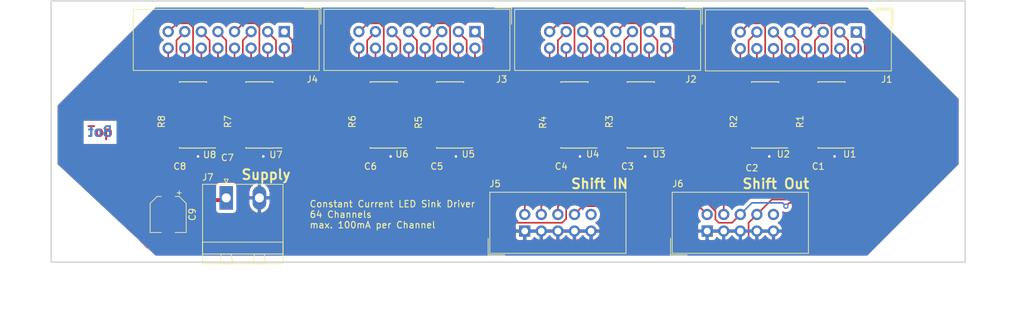
<source format=kicad_pcb>
(kicad_pcb (version 20171130) (host pcbnew 5.0.0-rc2-unknown-147c1e6~65~ubuntu16.04.1)
  (layers (0 F.Cu signal) (31 B.Cu signal) (34 B.Paste user) (35 F.Paste user) (36 B.SilkS user) (37 F.SilkS user) (38 B.Mask user) (39 F.Mask user) (44 Edge.Cuts user))
  (net 0 "")
  (net 1 VCC)
  (net 2 GND)
  (net 3 LED_0)
  (net 4 LED_1)
  (net 5 LED_2)
  (net 6 LED_3)
  (net 7 LED_4)
  (net 8 LED_5)
  (net 9 LED_6)
  (net 10 LED_7)
  (net 11 LED_8)
  (net 12 LED_9)
  (net 13 LED_10)
  (net 14 LED_11)
  (net 15 LED_12)
  (net 16 LED_13)
  (net 17 LED_16)
  (net 18 LED_17)
  (net 19 LED_18)
  (net 20 LED_19)
  (net 21 LED_20)
  (net 22 LED_21)
  (net 23 LED_22)
  (net 24 LED_23)
  (net 25 LED_24)
  (net 26 LED_25)
  (net 27 LED_26)
  (net 28 LED_27)
  (net 29 LED_28)
  (net 30 LED_29)
  (net 31 LED_45)
  (net 32 LED_44)
  (net 33 LED_43)
  (net 34 LED_42)
  (net 35 LED_41)
  (net 36 LED_40)
  (net 37 LED_39)
  (net 38 LED_38)
  (net 39 LED_37)
  (net 40 LED_36)
  (net 41 LED_35)
  (net 42 LED_34)
  (net 43 LED_33)
  (net 44 LED_32)
  (net 45 LED_48)
  (net 46 LED_49)
  (net 47 LED_50)
  (net 48 LED_51)
  (net 49 LED_52)
  (net 50 LED_53)
  (net 51 LED_54)
  (net 52 LED_55)
  (net 53 LED_56)
  (net 54 LED_57)
  (net 55 LED_58)
  (net 56 LED_59)
  (net 57 LED_60)
  (net 58 LED_61)
  (net 59 /SDI)
  (net 60 CLK)
  (net 61 "Net-(J5-Pad10)")
  (net 62 "Net-(J6-Pad10)")
  (net 63 "Net-(R1-Pad2)")
  (net 64 "Net-(R2-Pad2)")
  (net 65 "Net-(R3-Pad2)")
  (net 66 "Net-(R4-Pad2)")
  (net 67 "Net-(R5-Pad2)")
  (net 68 "Net-(R6-Pad2)")
  (net 69 "Net-(R7-Pad2)")
  (net 70 "Net-(R8-Pad2)")
  (net 71 LE)
  (net 72 OE)
  (net 73 "Net-(U1-Pad14)")
  (net 74 "Net-(U2-Pad14)")
  (net 75 LED_15)
  (net 76 LED_14)
  (net 77 "Net-(U3-Pad14)")
  (net 78 LED_30)
  (net 79 LED_31)
  (net 80 "Net-(U4-Pad14)")
  (net 81 "Net-(U5-Pad14)")
  (net 82 LED_46)
  (net 83 LED_47)
  (net 84 "Net-(U6-Pad14)")
  (net 85 "Net-(U7-Pad14)")
  (net 86 LED_62)
  (net 87 LED_63)
  (net 88 /SDO)
  (module Resistor_SMD:R_0603_1608Metric_Pad0.99x1.00mm_HandSolder (layer F.Cu) (at 120.264 122.63 90)
    (fp_text reference R5 (at 2.667 0 90) (layer F.SilkS))
    (fp_text value 120)
    (pad 1 smd rect (at -0.8875 0 90) (size 0.995 1) (layers F.Cu F.Paste F.Mask) (net 2 GND))
    (pad 2 smd rect (at 0.8875 0 90) (size 0.995 1) (layers F.Cu F.Paste F.Mask) (net 67 "Net-(R5-Pad2)"))
  )
  (module Resistor_SMD:R_0603_1608Metric_Pad0.99x1.00mm_HandSolder (layer F.Cu) (at 149.474 122.63 90)
    (fp_text reference R3 (at 2.794 0 90) (layer F.SilkS))
    (fp_text value 120)
    (pad 2 smd rect (at 0.8875 0 90) (size 0.995 1) (layers F.Cu F.Paste F.Mask) (net 65 "Net-(R3-Pad2)"))
    (pad 1 smd rect (at -0.8875 0 90) (size 0.995 1) (layers F.Cu F.Paste F.Mask) (net 2 GND))
  )
  (module Resistor_SMD:R_0603_1608Metric_Pad0.99x1.00mm_HandSolder (layer F.Cu) (at 80.894 122.63 90)
    (fp_text reference R8 (at 2.794 0 90) (layer F.SilkS))
    (fp_text value 120)
    (pad 1 smd rect (at -0.8875 0 90) (size 0.995 1) (layers F.Cu F.Paste F.Mask) (net 2 GND))
    (pad 2 smd rect (at 0.8875 0 90) (size 0.995 1) (layers F.Cu F.Paste F.Mask) (net 70 "Net-(R8-Pad2)"))
  )
  (module MountingHole:MountingHole_3.2mm_M3_DIN965 (layer F.Cu) (at 198.98 106.36)
    (fp_text reference REF** hide)
    (fp_text value MountingHole_3.2mm_M3_DIN965)
    (pad 1 np_thru_hole circle (at 0 0) (size 3.2 3.2) (drill 3.2) (layers *.Cu *.Mask))
  )
  (module MountingHole:MountingHole_3.2mm_M3_DIN965 (layer F.Cu) (at 198.98 136.36)
    (fp_text reference REF** hide)
    (fp_text value MountingHole_3.2mm_M3_DIN965)
    (pad 1 np_thru_hole circle (at 0 0) (size 3.2 3.2) (drill 3.2) (layers *.Cu *.Mask))
  )
  (module MountingHole:MountingHole_3.2mm_M3_DIN965 (layer F.Cu) (at 68.98 136.36)
    (fp_text reference REF** hide)
    (fp_text value MountingHole_3.2mm_M3_DIN965)
    (pad 1 np_thru_hole circle (at 0 0) (size 3.2 3.2) (drill 3.2) (layers *.Cu *.Mask))
  )
  (module Package_SO:SOIC-16_3.9x9.9mm_P1.27mm (layer F.Cu) (at 183.51 118.82 180)
    (fp_text reference U1 (at -2.794 -6 180) (layer F.SilkS))
    (fp_text value TLC591)
    (pad 1 smd rect (at -2.7 -4.445 180) (size 1.5 0.6) (layers F.Cu F.Paste F.Mask) (net 2 GND))
    (pad 2 smd rect (at -2.7 -3.175 180) (size 1.5 0.6) (layers F.Cu F.Paste F.Mask) (net 59 /SDI))
    (pad 3 smd rect (at -2.7 -1.905 180) (size 1.5 0.6) (layers F.Cu F.Paste F.Mask) (net 60 CLK))
    (pad 4 smd rect (at -2.7 -0.635 180) (size 1.5 0.6) (layers F.Cu F.Paste F.Mask) (net 71 LE))
    (pad 5 smd rect (at -2.7 0.635 180) (size 1.5 0.6) (layers F.Cu F.Paste F.Mask) (net 3 LED_0))
    (pad 6 smd rect (at -2.7 1.905 180) (size 1.5 0.6) (layers F.Cu F.Paste F.Mask) (net 4 LED_1))
    (pad 7 smd rect (at -2.7 3.175 180) (size 1.5 0.6) (layers F.Cu F.Paste F.Mask) (net 5 LED_2))
    (pad 8 smd rect (at -2.7 4.445 180) (size 1.5 0.6) (layers F.Cu F.Paste F.Mask) (net 6 LED_3))
    (pad 9 smd rect (at 2.7 4.445 180) (size 1.5 0.6) (layers F.Cu F.Paste F.Mask) (net 7 LED_4))
    (pad 10 smd rect (at 2.7 3.175 180) (size 1.5 0.6) (layers F.Cu F.Paste F.Mask) (net 8 LED_5))
    (pad 11 smd rect (at 2.7 1.905 180) (size 1.5 0.6) (layers F.Cu F.Paste F.Mask) (net 9 LED_6))
    (pad 12 smd rect (at 2.7 0.635 180) (size 1.5 0.6) (layers F.Cu F.Paste F.Mask) (net 10 LED_7))
    (pad 13 smd rect (at 2.7 -0.635 180) (size 1.5 0.6) (layers F.Cu F.Paste F.Mask) (net 72 OE))
    (pad 14 smd rect (at 2.7 -1.905 180) (size 1.5 0.6) (layers F.Cu F.Paste F.Mask) (net 73 "Net-(U1-Pad14)"))
    (pad 15 smd rect (at 2.7 -3.175 180) (size 1.5 0.6) (layers F.Cu F.Paste F.Mask) (net 63 "Net-(R1-Pad2)"))
    (pad 16 smd rect (at 2.7 -4.445 180) (size 1.5 0.6) (layers F.Cu F.Paste F.Mask) (net 1 VCC))
  )
  (module Connector_IDC:IDC-Header_2x08_P2.54mm_Vertical (layer F.Cu) (at 187.32 106.12 270)
    (fp_text reference J1 (at 7.24 -4.66) (layer F.SilkS))
    (fp_text value LEDS_0-15)
    (pad 16 thru_hole oval (at 2.54 17.78 270) (size 1.7272 1.7272) (drill 1.016) (layers *.Cu *.Mask) (net 75 LED_15))
    (pad 15 thru_hole oval (at 0 17.78 270) (size 1.7272 1.7272) (drill 1.016) (layers *.Cu *.Mask) (net 76 LED_14))
    (pad 14 thru_hole oval (at 2.54 15.24 270) (size 1.7272 1.7272) (drill 1.016) (layers *.Cu *.Mask) (net 16 LED_13))
    (pad 13 thru_hole oval (at 0 15.24 270) (size 1.7272 1.7272) (drill 1.016) (layers *.Cu *.Mask) (net 15 LED_12))
    (pad 12 thru_hole oval (at 2.54 12.7 270) (size 1.7272 1.7272) (drill 1.016) (layers *.Cu *.Mask) (net 14 LED_11))
    (pad 11 thru_hole oval (at 0 12.7 270) (size 1.7272 1.7272) (drill 1.016) (layers *.Cu *.Mask) (net 13 LED_10))
    (pad 10 thru_hole oval (at 2.54 10.16 270) (size 1.7272 1.7272) (drill 1.016) (layers *.Cu *.Mask) (net 12 LED_9))
    (pad 9 thru_hole oval (at 0 10.16 270) (size 1.7272 1.7272) (drill 1.016) (layers *.Cu *.Mask) (net 11 LED_8))
    (pad 8 thru_hole oval (at 2.54 7.62 270) (size 1.7272 1.7272) (drill 1.016) (layers *.Cu *.Mask) (net 10 LED_7))
    (pad 7 thru_hole oval (at 0 7.62 270) (size 1.7272 1.7272) (drill 1.016) (layers *.Cu *.Mask) (net 9 LED_6))
    (pad 6 thru_hole oval (at 2.54 5.08 270) (size 1.7272 1.7272) (drill 1.016) (layers *.Cu *.Mask) (net 8 LED_5))
    (pad 5 thru_hole oval (at 0 5.08 270) (size 1.7272 1.7272) (drill 1.016) (layers *.Cu *.Mask) (net 7 LED_4))
    (pad 4 thru_hole oval (at 2.54 2.54 270) (size 1.7272 1.7272) (drill 1.016) (layers *.Cu *.Mask) (net 6 LED_3))
    (pad 3 thru_hole oval (at 0 2.54 270) (size 1.7272 1.7272) (drill 1.016) (layers *.Cu *.Mask) (net 5 LED_2))
    (pad 2 thru_hole oval (at 2.54 0 270) (size 1.7272 1.7272) (drill 1.016) (layers *.Cu *.Mask) (net 4 LED_1))
    (pad 1 thru_hole rect (at 0 0 270) (size 1.7272 1.7272) (drill 1.016) (layers *.Cu *.Mask) (net 3 LED_0))
  )
  (module Package_SO:SOIC-16_3.9x9.9mm_P1.27mm (layer F.Cu) (at 154.305 118.82 180)
    (fp_text reference U3 (at -2.789 -6 180) (layer F.SilkS))
    (fp_text value TLC591)
    (pad 1 smd rect (at -2.7 -4.445 180) (size 1.5 0.6) (layers F.Cu F.Paste F.Mask) (net 2 GND))
    (pad 2 smd rect (at -2.7 -3.175 180) (size 1.5 0.6) (layers F.Cu F.Paste F.Mask) (net 74 "Net-(U2-Pad14)"))
    (pad 3 smd rect (at -2.7 -1.905 180) (size 1.5 0.6) (layers F.Cu F.Paste F.Mask) (net 60 CLK))
    (pad 4 smd rect (at -2.7 -0.635 180) (size 1.5 0.6) (layers F.Cu F.Paste F.Mask) (net 71 LE))
    (pad 5 smd rect (at -2.7 0.635 180) (size 1.5 0.6) (layers F.Cu F.Paste F.Mask) (net 17 LED_16))
    (pad 6 smd rect (at -2.7 1.905 180) (size 1.5 0.6) (layers F.Cu F.Paste F.Mask) (net 18 LED_17))
    (pad 7 smd rect (at -2.7 3.175 180) (size 1.5 0.6) (layers F.Cu F.Paste F.Mask) (net 19 LED_18))
    (pad 8 smd rect (at -2.7 4.445 180) (size 1.5 0.6) (layers F.Cu F.Paste F.Mask) (net 20 LED_19))
    (pad 9 smd rect (at 2.7 4.445 180) (size 1.5 0.6) (layers F.Cu F.Paste F.Mask) (net 21 LED_20))
    (pad 10 smd rect (at 2.7 3.175 180) (size 1.5 0.6) (layers F.Cu F.Paste F.Mask) (net 22 LED_21))
    (pad 11 smd rect (at 2.7 1.905 180) (size 1.5 0.6) (layers F.Cu F.Paste F.Mask) (net 23 LED_22))
    (pad 12 smd rect (at 2.7 0.635 180) (size 1.5 0.6) (layers F.Cu F.Paste F.Mask) (net 24 LED_23))
    (pad 13 smd rect (at 2.7 -0.635 180) (size 1.5 0.6) (layers F.Cu F.Paste F.Mask) (net 72 OE))
    (pad 14 smd rect (at 2.7 -1.905 180) (size 1.5 0.6) (layers F.Cu F.Paste F.Mask) (net 77 "Net-(U3-Pad14)"))
    (pad 15 smd rect (at 2.7 -3.175 180) (size 1.5 0.6) (layers F.Cu F.Paste F.Mask) (net 65 "Net-(R3-Pad2)"))
    (pad 16 smd rect (at 2.7 -4.445 180) (size 1.5 0.6) (layers F.Cu F.Paste F.Mask) (net 1 VCC))
  )
  (module Package_SO:SOIC-16_3.9x9.9mm_P1.27mm (layer F.Cu) (at 173.35 118.82 180)
    (fp_text reference U2 (at -2.794 -6 180) (layer F.SilkS))
    (fp_text value TLC591)
    (pad 16 smd rect (at 2.7 -4.445 180) (size 1.5 0.6) (layers F.Cu F.Paste F.Mask) (net 1 VCC))
    (pad 15 smd rect (at 2.7 -3.175 180) (size 1.5 0.6) (layers F.Cu F.Paste F.Mask) (net 64 "Net-(R2-Pad2)"))
    (pad 14 smd rect (at 2.7 -1.905 180) (size 1.5 0.6) (layers F.Cu F.Paste F.Mask) (net 74 "Net-(U2-Pad14)"))
    (pad 13 smd rect (at 2.7 -0.635 180) (size 1.5 0.6) (layers F.Cu F.Paste F.Mask) (net 72 OE))
    (pad 12 smd rect (at 2.7 0.635 180) (size 1.5 0.6) (layers F.Cu F.Paste F.Mask) (net 75 LED_15))
    (pad 11 smd rect (at 2.7 1.905 180) (size 1.5 0.6) (layers F.Cu F.Paste F.Mask) (net 76 LED_14))
    (pad 10 smd rect (at 2.7 3.175 180) (size 1.5 0.6) (layers F.Cu F.Paste F.Mask) (net 16 LED_13))
    (pad 9 smd rect (at 2.7 4.445 180) (size 1.5 0.6) (layers F.Cu F.Paste F.Mask) (net 15 LED_12))
    (pad 8 smd rect (at -2.7 4.445 180) (size 1.5 0.6) (layers F.Cu F.Paste F.Mask) (net 14 LED_11))
    (pad 7 smd rect (at -2.7 3.175 180) (size 1.5 0.6) (layers F.Cu F.Paste F.Mask) (net 13 LED_10))
    (pad 6 smd rect (at -2.7 1.905 180) (size 1.5 0.6) (layers F.Cu F.Paste F.Mask) (net 12 LED_9))
    (pad 5 smd rect (at -2.7 0.635 180) (size 1.5 0.6) (layers F.Cu F.Paste F.Mask) (net 11 LED_8))
    (pad 4 smd rect (at -2.7 -0.635 180) (size 1.5 0.6) (layers F.Cu F.Paste F.Mask) (net 71 LE))
    (pad 3 smd rect (at -2.7 -1.905 180) (size 1.5 0.6) (layers F.Cu F.Paste F.Mask) (net 60 CLK))
    (pad 2 smd rect (at -2.7 -3.175 180) (size 1.5 0.6) (layers F.Cu F.Paste F.Mask) (net 73 "Net-(U1-Pad14)"))
    (pad 1 smd rect (at -2.7 -4.445 180) (size 1.5 0.6) (layers F.Cu F.Paste F.Mask) (net 2 GND))
  )
  (module Capacitor_SMD:C_0603_1608Metric_Pad0.99x1.00mm_HandSolder (layer F.Cu) (at 181.478 125.17)
    (fp_text reference C1 (at 0 1.524) (layer F.SilkS))
    (fp_text value 0.1u)
    (pad 1 smd rect (at -0.8875 0) (size 0.995 1) (layers F.Cu F.Paste F.Mask) (net 1 VCC))
    (pad 2 smd rect (at 0.8875 0) (size 0.995 1) (layers F.Cu F.Paste F.Mask) (net 2 GND))
  )
  (module Capacitor_SMD:C_0603_1608Metric_Pad0.99x1.00mm_HandSolder (layer F.Cu) (at 171.318 125.17)
    (fp_text reference C2 (at 0 1.778) (layer F.SilkS))
    (fp_text value 0.1u)
    (pad 2 smd rect (at 0.8875 0) (size 0.995 1) (layers F.Cu F.Paste F.Mask) (net 2 GND))
    (pad 1 smd rect (at -0.8875 0) (size 0.995 1) (layers F.Cu F.Paste F.Mask) (net 1 VCC))
  )
  (module Capacitor_SMD:C_0603_1608Metric_Pad0.99x1.00mm_HandSolder (layer F.Cu) (at 152.268 125.17)
    (fp_text reference C3 (at 0 1.524) (layer F.SilkS))
    (fp_text value 0.1u)
    (pad 1 smd rect (at -0.8875 0) (size 0.995 1) (layers F.Cu F.Paste F.Mask) (net 1 VCC))
    (pad 2 smd rect (at 0.8875 0) (size 0.995 1) (layers F.Cu F.Paste F.Mask) (net 2 GND))
  )
  (module Capacitor_SMD:C_0603_1608Metric_Pad0.99x1.00mm_HandSolder (layer F.Cu) (at 142.108 125.17)
    (fp_text reference C4 (at 0 1.524) (layer F.SilkS))
    (fp_text value 0.1u)
    (pad 1 smd rect (at -0.8875 0) (size 0.995 1) (layers F.Cu F.Paste F.Mask) (net 1 VCC))
    (pad 2 smd rect (at 0.8875 0) (size 0.995 1) (layers F.Cu F.Paste F.Mask) (net 2 GND))
  )
  (module Capacitor_SMD:C_0603_1608Metric_Pad0.99x1.00mm_HandSolder (layer F.Cu) (at 123.058 125.17)
    (fp_text reference C5 (at 0 1.524) (layer F.SilkS))
    (fp_text value 0.1u)
    (pad 1 smd rect (at -0.8875 0) (size 0.995 1) (layers F.Cu F.Paste F.Mask) (net 1 VCC))
    (pad 2 smd rect (at 0.8875 0) (size 0.995 1) (layers F.Cu F.Paste F.Mask) (net 2 GND))
  )
  (module Capacitor_SMD:C_0603_1608Metric_Pad0.99x1.00mm_HandSolder (layer F.Cu) (at 112.898 125.17)
    (fp_text reference C6 (at 0 1.524) (layer F.SilkS))
    (fp_text value 0.1u)
    (pad 2 smd rect (at 0.8875 0) (size 0.995 1) (layers F.Cu F.Paste F.Mask) (net 2 GND))
    (pad 1 smd rect (at -0.8875 0) (size 0.995 1) (layers F.Cu F.Paste F.Mask) (net 1 VCC))
  )
  (module Capacitor_SMD:C_0603_1608Metric_Pad0.99x1.00mm_HandSolder (layer F.Cu) (at 93.848 125.17)
    (fp_text reference C7 (at -2.868 0.19) (layer F.SilkS))
    (fp_text value 0.1u)
    (pad 1 smd rect (at -0.8875 0) (size 0.995 1) (layers F.Cu F.Paste F.Mask) (net 1 VCC))
    (pad 2 smd rect (at 0.8875 0) (size 0.995 1) (layers F.Cu F.Paste F.Mask) (net 2 GND))
  )
  (module Capacitor_SMD:C_0603_1608Metric_Pad0.99x1.00mm_HandSolder (layer F.Cu) (at 83.688 125.17)
    (fp_text reference C8 (at 0 1.524) (layer F.SilkS))
    (fp_text value 0.1u)
    (pad 2 smd rect (at 0.8875 0) (size 0.995 1) (layers F.Cu F.Paste F.Mask) (net 2 GND))
    (pad 1 smd rect (at -0.8875 0) (size 0.995 1) (layers F.Cu F.Paste F.Mask) (net 1 VCC))
  )
  (module Capacitor_SMD:CP_Elec_5x5.9 (layer F.Cu) (at 81.91 134.06 270)
    (fp_text reference C9 (at 0 -3.7 270) (layer F.SilkS))
    (fp_text value CP)
    (pad 1 smd rect (at -2.2 0 270) (size 3 1.6) (layers F.Cu F.Paste F.Mask) (net 1 VCC))
    (pad 2 smd rect (at 2.2 0 270) (size 3 1.6) (layers F.Cu F.Paste F.Mask) (net 2 GND))
  )
  (module Resistor_SMD:R_0603_1608Metric_Pad0.99x1.00mm_HandSolder (layer F.Cu) (at 178.684 122.63 90)
    (fp_text reference R1 (at 2.794 0 90) (layer F.SilkS))
    (fp_text value 120)
    (pad 1 smd rect (at -0.8875 0 90) (size 0.995 1) (layers F.Cu F.Paste F.Mask) (net 2 GND))
    (pad 2 smd rect (at 0.8875 0 90) (size 0.995 1) (layers F.Cu F.Paste F.Mask) (net 63 "Net-(R1-Pad2)"))
  )
  (module Resistor_SMD:R_0603_1608Metric_Pad0.99x1.00mm_HandSolder (layer F.Cu) (at 168.524 122.63 90)
    (fp_text reference R2 (at 2.794 0 90) (layer F.SilkS))
    (fp_text value 120)
    (pad 2 smd rect (at 0.8875 0 90) (size 0.995 1) (layers F.Cu F.Paste F.Mask) (net 64 "Net-(R2-Pad2)"))
    (pad 1 smd rect (at -0.8875 0 90) (size 0.995 1) (layers F.Cu F.Paste F.Mask) (net 2 GND))
  )
  (module Resistor_SMD:R_0603_1608Metric_Pad0.99x1.00mm_HandSolder (layer F.Cu) (at 139.314 122.63 90)
    (fp_text reference R4 (at 2.667 0 90) (layer F.SilkS))
    (fp_text value 120)
    (pad 2 smd rect (at 0.8875 0 90) (size 0.995 1) (layers F.Cu F.Paste F.Mask) (net 66 "Net-(R4-Pad2)"))
    (pad 1 smd rect (at -0.8875 0 90) (size 0.995 1) (layers F.Cu F.Paste F.Mask) (net 2 GND))
  )
  (module Resistor_SMD:R_0603_1608Metric_Pad0.99x1.00mm_HandSolder (layer F.Cu) (at 110.104 122.63 90)
    (fp_text reference R6 (at 2.794 0 90) (layer F.SilkS))
    (fp_text value 120)
    (pad 2 smd rect (at 0.8875 0 90) (size 0.995 1) (layers F.Cu F.Paste F.Mask) (net 68 "Net-(R6-Pad2)"))
    (pad 1 smd rect (at -0.8875 0 90) (size 0.995 1) (layers F.Cu F.Paste F.Mask) (net 2 GND))
  )
  (module Resistor_SMD:R_0603_1608Metric_Pad0.99x1.00mm_HandSolder (layer F.Cu) (at 91.054 122.63 90)
    (fp_text reference R7 (at 2.794 0 90) (layer F.SilkS))
    (fp_text value 120)
    (pad 2 smd rect (at 0.8875 0 90) (size 0.995 1) (layers F.Cu F.Paste F.Mask) (net 69 "Net-(R7-Pad2)"))
    (pad 1 smd rect (at -0.8875 0 90) (size 0.995 1) (layers F.Cu F.Paste F.Mask) (net 2 GND))
  )
  (module Package_SO:SOIC-16_3.9x9.9mm_P1.27mm (layer F.Cu) (at 144.145 118.82 180)
    (fp_text reference U4 (at -2.789 -6 180) (layer F.SilkS))
    (fp_text value TLC591)
    (pad 16 smd rect (at 2.7 -4.445 180) (size 1.5 0.6) (layers F.Cu F.Paste F.Mask) (net 1 VCC))
    (pad 15 smd rect (at 2.7 -3.175 180) (size 1.5 0.6) (layers F.Cu F.Paste F.Mask) (net 66 "Net-(R4-Pad2)"))
    (pad 14 smd rect (at 2.7 -1.905 180) (size 1.5 0.6) (layers F.Cu F.Paste F.Mask) (net 80 "Net-(U4-Pad14)"))
    (pad 13 smd rect (at 2.7 -0.635 180) (size 1.5 0.6) (layers F.Cu F.Paste F.Mask) (net 72 OE))
    (pad 12 smd rect (at 2.7 0.635 180) (size 1.5 0.6) (layers F.Cu F.Paste F.Mask) (net 79 LED_31))
    (pad 11 smd rect (at 2.7 1.905 180) (size 1.5 0.6) (layers F.Cu F.Paste F.Mask) (net 78 LED_30))
    (pad 10 smd rect (at 2.7 3.175 180) (size 1.5 0.6) (layers F.Cu F.Paste F.Mask) (net 30 LED_29))
    (pad 9 smd rect (at 2.7 4.445 180) (size 1.5 0.6) (layers F.Cu F.Paste F.Mask) (net 29 LED_28))
    (pad 8 smd rect (at -2.7 4.445 180) (size 1.5 0.6) (layers F.Cu F.Paste F.Mask) (net 28 LED_27))
    (pad 7 smd rect (at -2.7 3.175 180) (size 1.5 0.6) (layers F.Cu F.Paste F.Mask) (net 27 LED_26))
    (pad 6 smd rect (at -2.7 1.905 180) (size 1.5 0.6) (layers F.Cu F.Paste F.Mask) (net 26 LED_25))
    (pad 5 smd rect (at -2.7 0.635 180) (size 1.5 0.6) (layers F.Cu F.Paste F.Mask) (net 25 LED_24))
    (pad 4 smd rect (at -2.7 -0.635 180) (size 1.5 0.6) (layers F.Cu F.Paste F.Mask) (net 71 LE))
    (pad 3 smd rect (at -2.7 -1.905 180) (size 1.5 0.6) (layers F.Cu F.Paste F.Mask) (net 60 CLK))
    (pad 2 smd rect (at -2.7 -3.175 180) (size 1.5 0.6) (layers F.Cu F.Paste F.Mask) (net 77 "Net-(U3-Pad14)"))
    (pad 1 smd rect (at -2.7 -4.445 180) (size 1.5 0.6) (layers F.Cu F.Paste F.Mask) (net 2 GND))
  )
  (module Package_SO:SOIC-16_3.9x9.9mm_P1.27mm (layer F.Cu) (at 125.09 118.82 180)
    (fp_text reference U5 (at -2.794 -6 180) (layer F.SilkS))
    (fp_text value TLC591)
    (pad 16 smd rect (at 2.7 -4.445 180) (size 1.5 0.6) (layers F.Cu F.Paste F.Mask) (net 1 VCC))
    (pad 15 smd rect (at 2.7 -3.175 180) (size 1.5 0.6) (layers F.Cu F.Paste F.Mask) (net 67 "Net-(R5-Pad2)"))
    (pad 14 smd rect (at 2.7 -1.905 180) (size 1.5 0.6) (layers F.Cu F.Paste F.Mask) (net 81 "Net-(U5-Pad14)"))
    (pad 13 smd rect (at 2.7 -0.635 180) (size 1.5 0.6) (layers F.Cu F.Paste F.Mask) (net 72 OE))
    (pad 12 smd rect (at 2.7 0.635 180) (size 1.5 0.6) (layers F.Cu F.Paste F.Mask) (net 37 LED_39))
    (pad 11 smd rect (at 2.7 1.905 180) (size 1.5 0.6) (layers F.Cu F.Paste F.Mask) (net 38 LED_38))
    (pad 10 smd rect (at 2.7 3.175 180) (size 1.5 0.6) (layers F.Cu F.Paste F.Mask) (net 39 LED_37))
    (pad 9 smd rect (at 2.7 4.445 180) (size 1.5 0.6) (layers F.Cu F.Paste F.Mask) (net 40 LED_36))
    (pad 8 smd rect (at -2.7 4.445 180) (size 1.5 0.6) (layers F.Cu F.Paste F.Mask) (net 41 LED_35))
    (pad 7 smd rect (at -2.7 3.175 180) (size 1.5 0.6) (layers F.Cu F.Paste F.Mask) (net 42 LED_34))
    (pad 6 smd rect (at -2.7 1.905 180) (size 1.5 0.6) (layers F.Cu F.Paste F.Mask) (net 43 LED_33))
    (pad 5 smd rect (at -2.7 0.635 180) (size 1.5 0.6) (layers F.Cu F.Paste F.Mask) (net 44 LED_32))
    (pad 4 smd rect (at -2.7 -0.635 180) (size 1.5 0.6) (layers F.Cu F.Paste F.Mask) (net 71 LE))
    (pad 3 smd rect (at -2.7 -1.905 180) (size 1.5 0.6) (layers F.Cu F.Paste F.Mask) (net 60 CLK))
    (pad 2 smd rect (at -2.7 -3.175 180) (size 1.5 0.6) (layers F.Cu F.Paste F.Mask) (net 80 "Net-(U4-Pad14)"))
    (pad 1 smd rect (at -2.7 -4.445 180) (size 1.5 0.6) (layers F.Cu F.Paste F.Mask) (net 2 GND))
  )
  (module Package_SO:SOIC-16_3.9x9.9mm_P1.27mm (layer F.Cu) (at 114.93 118.82 180)
    (fp_text reference U6 (at -2.794 -6 180) (layer F.SilkS))
    (fp_text value TLC591)
    (pad 1 smd rect (at -2.7 -4.445 180) (size 1.5 0.6) (layers F.Cu F.Paste F.Mask) (net 2 GND))
    (pad 2 smd rect (at -2.7 -3.175 180) (size 1.5 0.6) (layers F.Cu F.Paste F.Mask) (net 81 "Net-(U5-Pad14)"))
    (pad 3 smd rect (at -2.7 -1.905 180) (size 1.5 0.6) (layers F.Cu F.Paste F.Mask) (net 60 CLK))
    (pad 4 smd rect (at -2.7 -0.635 180) (size 1.5 0.6) (layers F.Cu F.Paste F.Mask) (net 71 LE))
    (pad 5 smd rect (at -2.7 0.635 180) (size 1.5 0.6) (layers F.Cu F.Paste F.Mask) (net 36 LED_40))
    (pad 6 smd rect (at -2.7 1.905 180) (size 1.5 0.6) (layers F.Cu F.Paste F.Mask) (net 35 LED_41))
    (pad 7 smd rect (at -2.7 3.175 180) (size 1.5 0.6) (layers F.Cu F.Paste F.Mask) (net 34 LED_42))
    (pad 8 smd rect (at -2.7 4.445 180) (size 1.5 0.6) (layers F.Cu F.Paste F.Mask) (net 33 LED_43))
    (pad 9 smd rect (at 2.7 4.445 180) (size 1.5 0.6) (layers F.Cu F.Paste F.Mask) (net 32 LED_44))
    (pad 10 smd rect (at 2.7 3.175 180) (size 1.5 0.6) (layers F.Cu F.Paste F.Mask) (net 31 LED_45))
    (pad 11 smd rect (at 2.7 1.905 180) (size 1.5 0.6) (layers F.Cu F.Paste F.Mask) (net 82 LED_46))
    (pad 12 smd rect (at 2.7 0.635 180) (size 1.5 0.6) (layers F.Cu F.Paste F.Mask) (net 83 LED_47))
    (pad 13 smd rect (at 2.7 -0.635 180) (size 1.5 0.6) (layers F.Cu F.Paste F.Mask) (net 72 OE))
    (pad 14 smd rect (at 2.7 -1.905 180) (size 1.5 0.6) (layers F.Cu F.Paste F.Mask) (net 84 "Net-(U6-Pad14)"))
    (pad 15 smd rect (at 2.7 -3.175 180) (size 1.5 0.6) (layers F.Cu F.Paste F.Mask) (net 68 "Net-(R6-Pad2)"))
    (pad 16 smd rect (at 2.7 -4.445 180) (size 1.5 0.6) (layers F.Cu F.Paste F.Mask) (net 1 VCC))
  )
  (module Package_SO:SOIC-16_3.9x9.9mm_P1.27mm (layer F.Cu) (at 95.88 118.82 180)
    (fp_text reference U7 (at -2.54 -6.096 180) (layer F.SilkS))
    (fp_text value TLC591)
    (pad 16 smd rect (at 2.7 -4.445 180) (size 1.5 0.6) (layers F.Cu F.Paste F.Mask) (net 1 VCC))
    (pad 15 smd rect (at 2.7 -3.175 180) (size 1.5 0.6) (layers F.Cu F.Paste F.Mask) (net 69 "Net-(R7-Pad2)"))
    (pad 14 smd rect (at 2.7 -1.905 180) (size 1.5 0.6) (layers F.Cu F.Paste F.Mask) (net 85 "Net-(U7-Pad14)"))
    (pad 13 smd rect (at 2.7 -0.635 180) (size 1.5 0.6) (layers F.Cu F.Paste F.Mask) (net 72 OE))
    (pad 12 smd rect (at 2.7 0.635 180) (size 1.5 0.6) (layers F.Cu F.Paste F.Mask) (net 52 LED_55))
    (pad 11 smd rect (at 2.7 1.905 180) (size 1.5 0.6) (layers F.Cu F.Paste F.Mask) (net 51 LED_54))
    (pad 10 smd rect (at 2.7 3.175 180) (size 1.5 0.6) (layers F.Cu F.Paste F.Mask) (net 50 LED_53))
    (pad 9 smd rect (at 2.7 4.445 180) (size 1.5 0.6) (layers F.Cu F.Paste F.Mask) (net 49 LED_52))
    (pad 8 smd rect (at -2.7 4.445 180) (size 1.5 0.6) (layers F.Cu F.Paste F.Mask) (net 48 LED_51))
    (pad 7 smd rect (at -2.7 3.175 180) (size 1.5 0.6) (layers F.Cu F.Paste F.Mask) (net 47 LED_50))
    (pad 6 smd rect (at -2.7 1.905 180) (size 1.5 0.6) (layers F.Cu F.Paste F.Mask) (net 46 LED_49))
    (pad 5 smd rect (at -2.7 0.635 180) (size 1.5 0.6) (layers F.Cu F.Paste F.Mask) (net 45 LED_48))
    (pad 4 smd rect (at -2.7 -0.635 180) (size 1.5 0.6) (layers F.Cu F.Paste F.Mask) (net 71 LE))
    (pad 3 smd rect (at -2.7 -1.905 180) (size 1.5 0.6) (layers F.Cu F.Paste F.Mask) (net 60 CLK))
    (pad 2 smd rect (at -2.7 -3.175 180) (size 1.5 0.6) (layers F.Cu F.Paste F.Mask) (net 84 "Net-(U6-Pad14)"))
    (pad 1 smd rect (at -2.7 -4.445 180) (size 1.5 0.6) (layers F.Cu F.Paste F.Mask) (net 2 GND))
  )
  (module Package_SO:SOIC-16_3.9x9.9mm_P1.27mm (layer F.Cu) (at 85.72 118.82 180)
    (fp_text reference U8 (at -2.54 -6.096 180) (layer F.SilkS))
    (fp_text value TLC591)
    (pad 1 smd rect (at -2.7 -4.445 180) (size 1.5 0.6) (layers F.Cu F.Paste F.Mask) (net 2 GND))
    (pad 2 smd rect (at -2.7 -3.175 180) (size 1.5 0.6) (layers F.Cu F.Paste F.Mask) (net 85 "Net-(U7-Pad14)"))
    (pad 3 smd rect (at -2.7 -1.905 180) (size 1.5 0.6) (layers F.Cu F.Paste F.Mask) (net 60 CLK))
    (pad 4 smd rect (at -2.7 -0.635 180) (size 1.5 0.6) (layers F.Cu F.Paste F.Mask) (net 71 LE))
    (pad 5 smd rect (at -2.7 0.635 180) (size 1.5 0.6) (layers F.Cu F.Paste F.Mask) (net 53 LED_56))
    (pad 6 smd rect (at -2.7 1.905 180) (size 1.5 0.6) (layers F.Cu F.Paste F.Mask) (net 54 LED_57))
    (pad 7 smd rect (at -2.7 3.175 180) (size 1.5 0.6) (layers F.Cu F.Paste F.Mask) (net 55 LED_58))
    (pad 8 smd rect (at -2.7 4.445 180) (size 1.5 0.6) (layers F.Cu F.Paste F.Mask) (net 56 LED_59))
    (pad 9 smd rect (at 2.7 4.445 180) (size 1.5 0.6) (layers F.Cu F.Paste F.Mask) (net 57 LED_60))
    (pad 10 smd rect (at 2.7 3.175 180) (size 1.5 0.6) (layers F.Cu F.Paste F.Mask) (net 58 LED_61))
    (pad 11 smd rect (at 2.7 1.905 180) (size 1.5 0.6) (layers F.Cu F.Paste F.Mask) (net 86 LED_62))
    (pad 12 smd rect (at 2.7 0.635 180) (size 1.5 0.6) (layers F.Cu F.Paste F.Mask) (net 87 LED_63))
    (pad 13 smd rect (at 2.7 -0.635 180) (size 1.5 0.6) (layers F.Cu F.Paste F.Mask) (net 72 OE))
    (pad 14 smd rect (at 2.7 -1.905 180) (size 1.5 0.6) (layers F.Cu F.Paste F.Mask) (net 88 /SDO))
    (pad 15 smd rect (at 2.7 -3.175 180) (size 1.5 0.6) (layers F.Cu F.Paste F.Mask) (net 70 "Net-(R8-Pad2)"))
    (pad 16 smd rect (at 2.7 -4.445 180) (size 1.5 0.6) (layers F.Cu F.Paste F.Mask) (net 1 VCC))
  )
  (module Connector_Phoenix_MSTB:PhoenixContact_MSTBA_2,5_2-G-5,08_1x02_P5.08mm_Horizontal (layer F.Cu) (at 90.8 131.52)
    (fp_text reference J7 (at -2.82 -3.16) (layer F.SilkS))
    (fp_text value Conn_01x02)
    (pad 2 thru_hole oval (at 5.08 0) (size 2.08 3.6) (drill 1.4) (layers *.Cu *.Mask) (net 2 GND))
    (pad 1 thru_hole rect (at 0 0) (size 2.08 3.6) (drill 1.4) (layers *.Cu *.Mask) (net 1 VCC))
  )
  (module Connector_IDC:IDC-Header_2x08_P2.54mm_Vertical (layer F.Cu) (at 158.11 106.05 270)
    (fp_text reference J2 (at 7.31 -3.87) (layer F.SilkS))
    (fp_text value Conn_01x16)
    (pad 16 thru_hole oval (at 2.54 17.78 270) (size 1.7272 1.7272) (drill 1.016) (layers *.Cu *.Mask) (net 79 LED_31))
    (pad 15 thru_hole oval (at 0 17.78 270) (size 1.7272 1.7272) (drill 1.016) (layers *.Cu *.Mask) (net 78 LED_30))
    (pad 14 thru_hole oval (at 2.54 15.24 270) (size 1.7272 1.7272) (drill 1.016) (layers *.Cu *.Mask) (net 30 LED_29))
    (pad 13 thru_hole oval (at 0 15.24 270) (size 1.7272 1.7272) (drill 1.016) (layers *.Cu *.Mask) (net 29 LED_28))
    (pad 12 thru_hole oval (at 2.54 12.7 270) (size 1.7272 1.7272) (drill 1.016) (layers *.Cu *.Mask) (net 28 LED_27))
    (pad 11 thru_hole oval (at 0 12.7 270) (size 1.7272 1.7272) (drill 1.016) (layers *.Cu *.Mask) (net 27 LED_26))
    (pad 10 thru_hole oval (at 2.54 10.16 270) (size 1.7272 1.7272) (drill 1.016) (layers *.Cu *.Mask) (net 26 LED_25))
    (pad 9 thru_hole oval (at 0 10.16 270) (size 1.7272 1.7272) (drill 1.016) (layers *.Cu *.Mask) (net 25 LED_24))
    (pad 8 thru_hole oval (at 2.54 7.62 270) (size 1.7272 1.7272) (drill 1.016) (layers *.Cu *.Mask) (net 24 LED_23))
    (pad 7 thru_hole oval (at 0 7.62 270) (size 1.7272 1.7272) (drill 1.016) (layers *.Cu *.Mask) (net 23 LED_22))
    (pad 6 thru_hole oval (at 2.54 5.08 270) (size 1.7272 1.7272) (drill 1.016) (layers *.Cu *.Mask) (net 22 LED_21))
    (pad 5 thru_hole oval (at 0 5.08 270) (size 1.7272 1.7272) (drill 1.016) (layers *.Cu *.Mask) (net 21 LED_20))
    (pad 4 thru_hole oval (at 2.54 2.54 270) (size 1.7272 1.7272) (drill 1.016) (layers *.Cu *.Mask) (net 20 LED_19))
    (pad 3 thru_hole oval (at 0 2.54 270) (size 1.7272 1.7272) (drill 1.016) (layers *.Cu *.Mask) (net 19 LED_18))
    (pad 2 thru_hole oval (at 2.54 0 270) (size 1.7272 1.7272) (drill 1.016) (layers *.Cu *.Mask) (net 18 LED_17))
    (pad 1 thru_hole rect (at 0 0 270) (size 1.7272 1.7272) (drill 1.016) (layers *.Cu *.Mask) (net 17 LED_16))
  )
  (module Connector_IDC:IDC-Header_2x08_P2.54mm_Vertical (layer F.Cu) (at 128.9 106.05 270)
    (fp_text reference J3 (at 7.31 -4.08) (layer F.SilkS))
    (fp_text value Conn_01x16)
    (pad 16 thru_hole oval (at 2.54 17.78 270) (size 1.7272 1.7272) (drill 1.016) (layers *.Cu *.Mask) (net 83 LED_47))
    (pad 15 thru_hole oval (at 0 17.78 270) (size 1.7272 1.7272) (drill 1.016) (layers *.Cu *.Mask) (net 82 LED_46))
    (pad 14 thru_hole oval (at 2.54 15.24 270) (size 1.7272 1.7272) (drill 1.016) (layers *.Cu *.Mask) (net 31 LED_45))
    (pad 13 thru_hole oval (at 0 15.24 270) (size 1.7272 1.7272) (drill 1.016) (layers *.Cu *.Mask) (net 32 LED_44))
    (pad 12 thru_hole oval (at 2.54 12.7 270) (size 1.7272 1.7272) (drill 1.016) (layers *.Cu *.Mask) (net 33 LED_43))
    (pad 11 thru_hole oval (at 0 12.7 270) (size 1.7272 1.7272) (drill 1.016) (layers *.Cu *.Mask) (net 34 LED_42))
    (pad 10 thru_hole oval (at 2.54 10.16 270) (size 1.7272 1.7272) (drill 1.016) (layers *.Cu *.Mask) (net 35 LED_41))
    (pad 9 thru_hole oval (at 0 10.16 270) (size 1.7272 1.7272) (drill 1.016) (layers *.Cu *.Mask) (net 36 LED_40))
    (pad 8 thru_hole oval (at 2.54 7.62 270) (size 1.7272 1.7272) (drill 1.016) (layers *.Cu *.Mask) (net 37 LED_39))
    (pad 7 thru_hole oval (at 0 7.62 270) (size 1.7272 1.7272) (drill 1.016) (layers *.Cu *.Mask) (net 38 LED_38))
    (pad 6 thru_hole oval (at 2.54 5.08 270) (size 1.7272 1.7272) (drill 1.016) (layers *.Cu *.Mask) (net 39 LED_37))
    (pad 5 thru_hole oval (at 0 5.08 270) (size 1.7272 1.7272) (drill 1.016) (layers *.Cu *.Mask) (net 40 LED_36))
    (pad 4 thru_hole oval (at 2.54 2.54 270) (size 1.7272 1.7272) (drill 1.016) (layers *.Cu *.Mask) (net 41 LED_35))
    (pad 3 thru_hole oval (at 0 2.54 270) (size 1.7272 1.7272) (drill 1.016) (layers *.Cu *.Mask) (net 42 LED_34))
    (pad 2 thru_hole oval (at 2.54 0 270) (size 1.7272 1.7272) (drill 1.016) (layers *.Cu *.Mask) (net 43 LED_33))
    (pad 1 thru_hole rect (at 0 0 270) (size 1.7272 1.7272) (drill 1.016) (layers *.Cu *.Mask) (net 44 LED_32))
  )
  (module Connector_IDC:IDC-Header_2x08_P2.54mm_Vertical (layer F.Cu) (at 99.69 106.05 270)
    (fp_text reference J4 (at 7.31 -4.29) (layer F.SilkS))
    (fp_text value Conn_01x16)
    (pad 1 thru_hole rect (at 0 0 270) (size 1.7272 1.7272) (drill 1.016) (layers *.Cu *.Mask) (net 45 LED_48))
    (pad 2 thru_hole oval (at 2.54 0 270) (size 1.7272 1.7272) (drill 1.016) (layers *.Cu *.Mask) (net 46 LED_49))
    (pad 3 thru_hole oval (at 0 2.54 270) (size 1.7272 1.7272) (drill 1.016) (layers *.Cu *.Mask) (net 47 LED_50))
    (pad 4 thru_hole oval (at 2.54 2.54 270) (size 1.7272 1.7272) (drill 1.016) (layers *.Cu *.Mask) (net 48 LED_51))
    (pad 5 thru_hole oval (at 0 5.08 270) (size 1.7272 1.7272) (drill 1.016) (layers *.Cu *.Mask) (net 49 LED_52))
    (pad 6 thru_hole oval (at 2.54 5.08 270) (size 1.7272 1.7272) (drill 1.016) (layers *.Cu *.Mask) (net 50 LED_53))
    (pad 7 thru_hole oval (at 0 7.62 270) (size 1.7272 1.7272) (drill 1.016) (layers *.Cu *.Mask) (net 51 LED_54))
    (pad 8 thru_hole oval (at 2.54 7.62 270) (size 1.7272 1.7272) (drill 1.016) (layers *.Cu *.Mask) (net 52 LED_55))
    (pad 9 thru_hole oval (at 0 10.16 270) (size 1.7272 1.7272) (drill 1.016) (layers *.Cu *.Mask) (net 53 LED_56))
    (pad 10 thru_hole oval (at 2.54 10.16 270) (size 1.7272 1.7272) (drill 1.016) (layers *.Cu *.Mask) (net 54 LED_57))
    (pad 11 thru_hole oval (at 0 12.7 270) (size 1.7272 1.7272) (drill 1.016) (layers *.Cu *.Mask) (net 55 LED_58))
    (pad 12 thru_hole oval (at 2.54 12.7 270) (size 1.7272 1.7272) (drill 1.016) (layers *.Cu *.Mask) (net 56 LED_59))
    (pad 13 thru_hole oval (at 0 15.24 270) (size 1.7272 1.7272) (drill 1.016) (layers *.Cu *.Mask) (net 57 LED_60))
    (pad 14 thru_hole oval (at 2.54 15.24 270) (size 1.7272 1.7272) (drill 1.016) (layers *.Cu *.Mask) (net 58 LED_61))
    (pad 15 thru_hole oval (at 0 17.78 270) (size 1.7272 1.7272) (drill 1.016) (layers *.Cu *.Mask) (net 86 LED_62))
    (pad 16 thru_hole oval (at 2.54 17.78 270) (size 1.7272 1.7272) (drill 1.016) (layers *.Cu *.Mask) (net 87 LED_63))
  )
  (module MountingHole:MountingHole_3.2mm_M3_DIN965 (layer F.Cu) (at 68.702 106.36)
    (fp_text reference REF** hide)
    (fp_text value MountingHole_3.2mm_M3_DIN965)
    (pad 1 np_thru_hole circle (at 0 0) (size 3.2 3.2) (drill 3.2) (layers *.Cu *.Mask))
  )
  (module Connector_IDC:IDC-Header_2x05_P2.54mm_Vertical (layer F.Cu) (at 136.52 136.6 90)
    (fp_text reference J5 (at 7.24 -4.54 180) (layer F.SilkS))
    (fp_text value Conn_01x10)
    (pad 1 thru_hole rect (at 0 0 90) (size 1.7272 1.7272) (drill 1.016) (layers *.Cu *.Mask) (net 2 GND))
    (pad 2 thru_hole oval (at 2.54 0 90) (size 1.7272 1.7272) (drill 1.016) (layers *.Cu *.Mask) (net 59 /SDI))
    (pad 3 thru_hole oval (at 0 2.54 90) (size 1.7272 1.7272) (drill 1.016) (layers *.Cu *.Mask) (net 2 GND))
    (pad 4 thru_hole oval (at 2.54 2.54 90) (size 1.7272 1.7272) (drill 1.016) (layers *.Cu *.Mask) (net 60 CLK))
    (pad 5 thru_hole oval (at 0 5.08 90) (size 1.7272 1.7272) (drill 1.016) (layers *.Cu *.Mask) (net 2 GND))
    (pad 6 thru_hole oval (at 2.54 5.08 90) (size 1.7272 1.7272) (drill 1.016) (layers *.Cu *.Mask) (net 71 LE))
    (pad 7 thru_hole oval (at 0 7.62 90) (size 1.7272 1.7272) (drill 1.016) (layers *.Cu *.Mask) (net 2 GND))
    (pad 8 thru_hole oval (at 2.54 7.62 90) (size 1.7272 1.7272) (drill 1.016) (layers *.Cu *.Mask) (net 72 OE))
    (pad 9 thru_hole oval (at 0 10.16 90) (size 1.7272 1.7272) (drill 1.016) (layers *.Cu *.Mask) (net 2 GND))
    (pad 10 thru_hole oval (at 2.54 10.16 90) (size 1.7272 1.7272) (drill 1.016) (layers *.Cu *.Mask) (net 61 "Net-(J5-Pad10)"))
  )
  (module Connector_IDC:IDC-Header_2x05_P2.54mm_Vertical (layer F.Cu) (at 164.46 136.6 90)
    (fp_text reference J6 (at 7.24 -4.48 180) (layer F.SilkS))
    (fp_text value Conn_01x10)
    (pad 10 thru_hole oval (at 2.54 10.16 90) (size 1.7272 1.7272) (drill 1.016) (layers *.Cu *.Mask) (net 62 "Net-(J6-Pad10)"))
    (pad 9 thru_hole oval (at 0 10.16 90) (size 1.7272 1.7272) (drill 1.016) (layers *.Cu *.Mask) (net 2 GND))
    (pad 8 thru_hole oval (at 2.54 7.62 90) (size 1.7272 1.7272) (drill 1.016) (layers *.Cu *.Mask) (net 72 OE))
    (pad 7 thru_hole oval (at 0 7.62 90) (size 1.7272 1.7272) (drill 1.016) (layers *.Cu *.Mask) (net 2 GND))
    (pad 6 thru_hole oval (at 2.54 5.08 90) (size 1.7272 1.7272) (drill 1.016) (layers *.Cu *.Mask) (net 71 LE))
    (pad 5 thru_hole oval (at 0 5.08 90) (size 1.7272 1.7272) (drill 1.016) (layers *.Cu *.Mask) (net 2 GND))
    (pad 4 thru_hole oval (at 2.54 2.54 90) (size 1.7272 1.7272) (drill 1.016) (layers *.Cu *.Mask) (net 60 CLK))
    (pad 3 thru_hole oval (at 0 2.54 90) (size 1.7272 1.7272) (drill 1.016) (layers *.Cu *.Mask) (net 2 GND))
    (pad 2 thru_hole oval (at 2.54 0 90) (size 1.7272 1.7272) (drill 1.016) (layers *.Cu *.Mask) (net 88 /SDO))
    (pad 1 thru_hole rect (at 0 0 90) (size 1.7272 1.7272) (drill 1.016) (layers *.Cu *.Mask) (net 2 GND))
  )
  (gr_text Bot (at 71.48 121.36) (layer B.Cu) (effects (font (size 1.5 1.5) (thickness 0.3)) (justify mirror)))
  (gr_text Top (at 71.48 121.36) (layer F.Cu) (effects (font (size 1.5 1.5) (thickness 0.3))))
  (gr_text "Shift Out" (at 174.98 129.36) (layer F.SilkS) (effects (font (size 1.5 1.5) (thickness 0.3))))
  (gr_text "Shift IN" (at 147.98 129.36) (layer F.SilkS) (effects (font (size 1.5 1.5) (thickness 0.3))))
  (gr_text Supply (at 96.896 127.964) (layer F.SilkS) (effects (font (size 1.5 1.5) (thickness 0.3))))
  (gr_text "Constant Current LED Sink Driver\n64 Channels\nmax. 100mA per Channel" (at 103.5 134.06) (layer F.SilkS) (effects (font (size 1 1)) (justify left)))
  (gr_line (start 63.98 101.36) (end 63.98 141.36) (layer Edge.Cuts) (width 0.2))
  (gr_line (start 203.98 101.36) (end 63.98 101.36) (layer Edge.Cuts) (width 0.2))
  (gr_line (start 203.98 141.36) (end 203.98 101.36) (layer Edge.Cuts) (width 0.2))
  (gr_line (start 63.98 141.36) (end 203.98 141.36) (layer Edge.Cuts) (width 0.2))
  (segment (start 180.81 124.9505) (end 180.5905 125.17) (width 0.25) (layer F.Cu) (net 1))
  (segment (start 180.81 123.265) (end 180.81 124.9505) (width 0.25) (layer F.Cu) (net 1))
  (segment (start 170.65 124.9505) (end 170.4305 125.17) (width 0.25) (layer F.Cu) (net 1))
  (segment (start 170.65 123.265) (end 170.65 124.9505) (width 0.25) (layer F.Cu) (net 1))
  (segment (start 171.826 123.772) (end 171.826 122.63) (width 0.25) (layer F.Cu) (net 1))
  (segment (start 170.4305 125.1675) (end 171.826 123.772) (width 0.25) (layer F.Cu) (net 1))
  (segment (start 170.4305 125.17) (end 170.4305 125.1675) (width 0.25) (layer F.Cu) (net 1))
  (segment (start 181.986 122.63) (end 171.826 122.63) (width 0.25) (layer F.Cu) (net 1))
  (segment (start 181.986 123.772) (end 181.986 122.63) (width 0.25) (layer F.Cu) (net 1))
  (segment (start 180.5905 125.1675) (end 181.986 123.772) (width 0.25) (layer F.Cu) (net 1))
  (segment (start 180.5905 125.17) (end 180.5905 125.1675) (width 0.25) (layer F.Cu) (net 1))
  (segment (start 141.445 124.9455) (end 141.2205 125.17) (width 0.25) (layer F.Cu) (net 1))
  (segment (start 141.445 123.265) (end 141.445 124.9455) (width 0.25) (layer F.Cu) (net 1))
  (segment (start 142.616 123.772) (end 142.616 122.63) (width 0.25) (layer F.Cu) (net 1))
  (segment (start 141.2205 125.1675) (end 142.616 123.772) (width 0.25) (layer F.Cu) (net 1))
  (segment (start 141.2205 125.17) (end 141.2205 125.1675) (width 0.25) (layer F.Cu) (net 1))
  (segment (start 139.822 122.63) (end 142.616 122.63) (width 0.25) (layer F.Cu) (net 1))
  (segment (start 122.1705 125.17) (end 122.1705 125.1675) (width 0.25) (layer F.Cu) (net 1))
  (segment (start 122.1705 125.1675) (end 123.566 123.772) (width 0.25) (layer F.Cu) (net 1))
  (segment (start 123.566 123.772) (end 123.566 122.63) (width 0.25) (layer F.Cu) (net 1))
  (segment (start 122.39 124.9505) (end 122.1705 125.17) (width 0.25) (layer F.Cu) (net 1))
  (segment (start 122.39 123.265) (end 122.39 124.9505) (width 0.25) (layer F.Cu) (net 1))
  (segment (start 112.23 124.9505) (end 112.0105 125.17) (width 0.25) (layer F.Cu) (net 1))
  (segment (start 112.23 123.265) (end 112.23 124.9505) (width 0.25) (layer F.Cu) (net 1))
  (segment (start 113.406 123.772) (end 113.406 122.63) (width 0.25) (layer F.Cu) (net 1))
  (segment (start 112.0105 125.1675) (end 113.406 123.772) (width 0.25) (layer F.Cu) (net 1))
  (segment (start 112.0105 125.17) (end 112.0105 125.1675) (width 0.25) (layer F.Cu) (net 1))
  (segment (start 111.501 122.63) (end 113.406 122.63) (width 0.25) (layer F.Cu) (net 1))
  (segment (start 93.18 124.9505) (end 92.9605 125.17) (width 0.25) (layer F.Cu) (net 1))
  (segment (start 93.18 123.265) (end 93.18 124.9505) (width 0.25) (layer F.Cu) (net 1))
  (segment (start 83.02 124.9505) (end 82.8005 125.17) (width 0.25) (layer F.Cu) (net 1))
  (segment (start 83.02 123.265) (end 83.02 124.9505) (width 0.25) (layer F.Cu) (net 1))
  (segment (start 84.069 122.63) (end 80.198998 122.63) (width 0.25) (layer F.Cu) (net 1))
  (segment (start 84.196 123.772) (end 84.196 122.63) (width 0.25) (layer F.Cu) (net 1))
  (segment (start 82.8005 125.1675) (end 84.196 123.772) (width 0.25) (layer F.Cu) (net 1))
  (segment (start 82.8005 125.17) (end 82.8005 125.1675) (width 0.25) (layer F.Cu) (net 1))
  (segment (start 84.069 122.63) (end 84.196 122.63) (width 0.25) (layer F.Cu) (net 1))
  (segment (start 158.237 122.63) (end 167.508 122.63) (width 0.6) (layer F.Cu) (net 1))
  (segment (start 171.826 122.63) (end 167.508 122.63) (width 0.25) (layer F.Cu) (net 1))
  (segment (start 152.776 122.63) (end 155.824 122.63) (width 0.6) (layer F.Cu) (net 1))
  (segment (start 152.776 122.63) (end 151.52 122.63) (width 0.25) (layer F.Cu) (net 1))
  (segment (start 158.237 122.63) (end 155.824 122.63) (width 0.25) (layer F.Cu) (net 1))
  (segment (start 145.664 122.63) (end 142.616 122.63) (width 0.6) (layer F.Cu) (net 1))
  (segment (start 151.52 122.63) (end 145.664 122.63) (width 0.25) (layer F.Cu) (net 1))
  (segment (start 138.425 122.63) (end 129.027 122.63) (width 0.6) (layer F.Cu) (net 1))
  (segment (start 138.425 122.63) (end 139.822 122.63) (width 0.25) (layer F.Cu) (net 1))
  (segment (start 126.614 122.63) (end 123.566 122.63) (width 0.6) (layer F.Cu) (net 1))
  (segment (start 126.614 122.63) (end 129.027 122.63) (width 0.25) (layer F.Cu) (net 1))
  (segment (start 116.454 122.63) (end 113.406 122.63) (width 0.6) (layer F.Cu) (net 1))
  (segment (start 123.566 122.63) (end 116.454 122.63) (width 0.25) (layer F.Cu) (net 1))
  (segment (start 109.215 122.63) (end 99.817 122.63) (width 0.6) (layer F.Cu) (net 1))
  (segment (start 109.215 122.63) (end 111.501 122.63) (width 0.25) (layer F.Cu) (net 1))
  (segment (start 92.9605 125.1675) (end 94.356 123.772) (width 0.25) (layer F.Cu) (net 1))
  (segment (start 92.9605 125.17) (end 92.9605 125.1675) (width 0.25) (layer F.Cu) (net 1))
  (segment (start 94.356 123.772) (end 94.356 122.63) (width 0.25) (layer F.Cu) (net 1))
  (segment (start 97.404 122.63) (end 94.356 122.63) (width 0.6) (layer F.Cu) (net 1))
  (segment (start 97.404 122.63) (end 99.817 122.63) (width 0.25) (layer F.Cu) (net 1))
  (segment (start 87.244 122.63) (end 84.196 122.63) (width 0.6) (layer F.Cu) (net 1))
  (segment (start 87.244 122.63) (end 94.356 122.63) (width 0.25) (layer F.Cu) (net 1))
  (segment (start 80.198998 122.63) (end 80.005 122.63) (width 0.25) (layer F.Cu) (net 1))
  (segment (start 80.005 122.63) (end 79.37 122.63) (width 0.6) (layer F.Cu) (net 1))
  (segment (start 79.37 122.63) (end 78.608 123.392) (width 0.6) (layer F.Cu) (net 1))
  (segment (start 78.608 123.392) (end 78.608 130.504) (width 0.6) (layer F.Cu) (net 1))
  (segment (start 79.964 131.86) (end 81.91 131.86) (width 0.6) (layer F.Cu) (net 1))
  (segment (start 78.608 130.504) (end 79.964 131.86) (width 0.6) (layer F.Cu) (net 1))
  (segment (start 151.605 124.9455) (end 151.3805 125.17) (width 0.25) (layer F.Cu) (net 1))
  (segment (start 151.605 123.265) (end 151.605 124.9455) (width 0.25) (layer F.Cu) (net 1))
  (segment (start 152.776 123.772) (end 152.776 122.63) (width 0.25) (layer F.Cu) (net 1))
  (segment (start 151.3805 125.1675) (end 152.776 123.772) (width 0.25) (layer F.Cu) (net 1))
  (segment (start 151.3805 125.17) (end 151.3805 125.1675) (width 0.25) (layer F.Cu) (net 1))
  (segment (start 90.46 131.86) (end 90.8 131.52) (width 0.6) (layer F.Cu) (net 1))
  (segment (start 81.91 131.86) (end 90.46 131.86) (width 0.6) (layer F.Cu) (net 1))
  (via (at 173.98 125.17) (size 0.8) (drill 0.4) (layers F.Cu B.Cu) (net 2))
  (via (at 183.98 125.17) (size 0.8) (drill 0.4) (layers F.Cu B.Cu) (net 2))
  (via (at 154.98 125.17) (size 0.8) (drill 0.4) (layers F.Cu B.Cu) (net 2))
  (via (at 144.98 125.17) (size 0.8) (drill 0.4) (layers F.Cu B.Cu) (net 2))
  (via (at 125.98 125.17) (size 0.8) (drill 0.4) (layers F.Cu B.Cu) (net 2))
  (via (at 115.98 125.17) (size 0.8) (drill 0.4) (layers F.Cu B.Cu) (net 2))
  (via (at 96.48 125.17) (size 0.8) (drill 0.4) (layers F.Cu B.Cu) (net 2))
  (via (at 86.48 125.17) (size 0.8) (drill 0.4) (layers F.Cu B.Cu) (net 2))
  (segment (start 188.59 107.39) (end 187.32 106.12) (width 0.25) (layer F.Cu) (net 3))
  (segment (start 188.59 109.676) (end 188.59 107.39) (width 0.25) (layer F.Cu) (net 3))
  (segment (start 186.21 118.185) (end 186.939 118.185) (width 0.25) (layer F.Cu) (net 3))
  (segment (start 188.336 116.788) (end 188.336 109.93) (width 0.25) (layer F.Cu) (net 3))
  (segment (start 186.939 118.185) (end 188.336 116.788) (width 0.25) (layer F.Cu) (net 3))
  (segment (start 188.336 109.93) (end 188.59 109.676) (width 0.25) (layer F.Cu) (net 3))
  (segment (start 187.32 109.881314) (end 187.32 108.66) (width 0.25) (layer F.Cu) (net 4))
  (segment (start 186.21 116.915) (end 186.939 116.915) (width 0.25) (layer F.Cu) (net 4))
  (segment (start 187.828 116.026) (end 187.828 110.389314) (width 0.25) (layer F.Cu) (net 4))
  (segment (start 186.939 116.915) (end 187.828 116.026) (width 0.25) (layer F.Cu) (net 4))
  (segment (start 187.828 110.389314) (end 187.32 109.881314) (width 0.25) (layer F.Cu) (net 4))
  (segment (start 186.755 115.575) (end 186.812 115.518) (width 0.25) (layer F.Cu) (net 5))
  (segment (start 186.21 115.575) (end 186.755 115.575) (width 0.25) (layer F.Cu) (net 5))
  (segment (start 186.939 115.645) (end 186.21 115.645) (width 0.25) (layer F.Cu) (net 5))
  (segment (start 187.32 115.264) (end 186.939 115.645) (width 0.25) (layer F.Cu) (net 5))
  (segment (start 184.78 106.12) (end 186.05 107.39) (width 0.25) (layer F.Cu) (net 5))
  (segment (start 186.05 109.422) (end 187.32 110.692) (width 0.25) (layer F.Cu) (net 5))
  (segment (start 186.05 107.39) (end 186.05 109.422) (width 0.25) (layer F.Cu) (net 5))
  (segment (start 187.32 110.692) (end 187.32 115.264) (width 0.25) (layer F.Cu) (net 5))
  (segment (start 184.78 110.184) (end 184.78 109.881314) (width 0.25) (layer F.Cu) (net 6))
  (segment (start 184.78 109.881314) (end 184.78 108.66) (width 0.25) (layer F.Cu) (net 6))
  (segment (start 186.21 111.614) (end 184.78 110.184) (width 0.25) (layer F.Cu) (net 6))
  (segment (start 186.21 114.305) (end 186.21 111.614) (width 0.25) (layer F.Cu) (net 6))
  (segment (start 180.97 107.39) (end 182.24 106.12) (width 0.25) (layer F.Cu) (net 7))
  (segment (start 180.97 114.305) (end 180.97 107.39) (width 0.25) (layer F.Cu) (net 7))
  (segment (start 180.81 114.305) (end 180.97 114.305) (width 0.25) (layer F.Cu) (net 7))
  (segment (start 182.24 109.811314) (end 182.24 108.59) (width 0.25) (layer F.Cu) (net 8))
  (segment (start 182.24 115.215) (end 182.24 114.883) (width 0.25) (layer F.Cu) (net 8))
  (segment (start 181.81 115.645) (end 182.24 115.215) (width 0.25) (layer F.Cu) (net 8))
  (segment (start 180.81 115.645) (end 181.81 115.645) (width 0.25) (layer F.Cu) (net 8))
  (segment (start 182.24 115.01) (end 182.24 114.883) (width 0.25) (layer F.Cu) (net 8))
  (segment (start 182.24 114.883) (end 182.24 109.811314) (width 0.25) (layer F.Cu) (net 8))
  (segment (start 181.04 104.78) (end 179.7 106.12) (width 0.25) (layer F.Cu) (net 9))
  (segment (start 182.875 104.78) (end 181.04 104.78) (width 0.25) (layer F.Cu) (net 9))
  (segment (start 180.81 116.915) (end 181.81 116.915) (width 0.25) (layer F.Cu) (net 9))
  (segment (start 181.81 116.915) (end 183.51 115.215) (width 0.25) (layer F.Cu) (net 9))
  (segment (start 183.51 115.215) (end 183.51 105.415) (width 0.25) (layer F.Cu) (net 9))
  (segment (start 183.51 105.415) (end 182.875 104.78) (width 0.25) (layer F.Cu) (net 9))
  (segment (start 179.7 116.534) (end 179.7 108.66) (width 0.25) (layer F.Cu) (net 10))
  (segment (start 179.7 117.804) (end 179.7 117.55) (width 0.25) (layer F.Cu) (net 10))
  (segment (start 179.7 117.55) (end 179.7 116.534) (width 0.25) (layer F.Cu) (net 10))
  (segment (start 180.081 118.185) (end 179.7 117.804) (width 0.25) (layer F.Cu) (net 10))
  (segment (start 180.81 118.185) (end 180.081 118.185) (width 0.25) (layer F.Cu) (net 10))
  (segment (start 178.43 107.39) (end 177.16 106.12) (width 0.25) (layer F.Cu) (net 11))
  (segment (start 178.43 109.676) (end 178.43 107.39) (width 0.25) (layer F.Cu) (net 11))
  (segment (start 178.176 116.788) (end 178.176 109.93) (width 0.25) (layer F.Cu) (net 11))
  (segment (start 176.05 118.185) (end 176.779 118.185) (width 0.25) (layer F.Cu) (net 11))
  (segment (start 178.176 109.93) (end 178.43 109.676) (width 0.25) (layer F.Cu) (net 11))
  (segment (start 176.779 118.185) (end 178.176 116.788) (width 0.25) (layer F.Cu) (net 11))
  (segment (start 176.05 116.915) (end 176.779 116.915) (width 0.25) (layer F.Cu) (net 12))
  (segment (start 177.16 109.881314) (end 177.16 108.66) (width 0.25) (layer F.Cu) (net 12))
  (segment (start 177.668 110.389314) (end 177.16 109.881314) (width 0.25) (layer F.Cu) (net 12))
  (segment (start 177.668 116.026) (end 177.668 110.389314) (width 0.25) (layer F.Cu) (net 12))
  (segment (start 176.779 116.915) (end 177.668 116.026) (width 0.25) (layer F.Cu) (net 12))
  (segment (start 176.595 115.575) (end 176.652 115.518) (width 0.25) (layer F.Cu) (net 13))
  (segment (start 176.05 115.575) (end 176.595 115.575) (width 0.25) (layer F.Cu) (net 13))
  (segment (start 175.89 107.39) (end 174.62 106.12) (width 0.25) (layer F.Cu) (net 13))
  (segment (start 176.779 115.645) (end 177.16 115.264) (width 0.25) (layer F.Cu) (net 13))
  (segment (start 175.89 109.422) (end 175.89 107.39) (width 0.25) (layer F.Cu) (net 13))
  (segment (start 177.16 115.264) (end 177.16 110.692) (width 0.25) (layer F.Cu) (net 13))
  (segment (start 176.05 115.645) (end 176.779 115.645) (width 0.25) (layer F.Cu) (net 13))
  (segment (start 177.16 110.692) (end 175.89 109.422) (width 0.25) (layer F.Cu) (net 13))
  (segment (start 176.05 111.614) (end 176.05 114.375) (width 0.25) (layer F.Cu) (net 14))
  (segment (start 174.62 110.184) (end 176.05 111.614) (width 0.25) (layer F.Cu) (net 14))
  (segment (start 174.62 108.66) (end 174.62 110.184) (width 0.25) (layer F.Cu) (net 14))
  (segment (start 170.81 114.215) (end 170.65 114.375) (width 0.25) (layer F.Cu) (net 15))
  (segment (start 170.81 107.39) (end 170.81 114.215) (width 0.25) (layer F.Cu) (net 15))
  (segment (start 172.08 106.12) (end 170.81 107.39) (width 0.25) (layer F.Cu) (net 15))
  (segment (start 172.08 109.811314) (end 172.08 108.59) (width 0.25) (layer F.Cu) (net 16))
  (segment (start 172.08 115.01) (end 172.08 109.811314) (width 0.25) (layer F.Cu) (net 16))
  (segment (start 171.445 115.645) (end 172.08 115.01) (width 0.25) (layer F.Cu) (net 16))
  (segment (start 170.65 115.645) (end 171.445 115.645) (width 0.25) (layer F.Cu) (net 16))
  (segment (start 159.38 109.676) (end 159.38 107.39) (width 0.25) (layer F.Cu) (net 17))
  (segment (start 157.729 118.185) (end 159.126 116.788) (width 0.25) (layer F.Cu) (net 17))
  (segment (start 159.38 107.39) (end 158.11 106.12) (width 0.25) (layer F.Cu) (net 17))
  (segment (start 157 118.185) (end 157.729 118.185) (width 0.25) (layer F.Cu) (net 17))
  (segment (start 159.126 109.93) (end 159.38 109.676) (width 0.25) (layer F.Cu) (net 17))
  (segment (start 159.126 116.788) (end 159.126 109.93) (width 0.25) (layer F.Cu) (net 17))
  (segment (start 158.618 110.389314) (end 158.11 109.881314) (width 0.25) (layer F.Cu) (net 18))
  (segment (start 157 116.915) (end 157.729 116.915) (width 0.25) (layer F.Cu) (net 18))
  (segment (start 157.729 116.915) (end 158.618 116.026) (width 0.25) (layer F.Cu) (net 18))
  (segment (start 158.618 116.026) (end 158.618 110.389314) (width 0.25) (layer F.Cu) (net 18))
  (segment (start 158.11 109.881314) (end 158.11 108.66) (width 0.25) (layer F.Cu) (net 18))
  (segment (start 156.84 109.422) (end 158.11 110.692) (width 0.25) (layer F.Cu) (net 19))
  (segment (start 158.11 115.264) (end 157.729 115.645) (width 0.25) (layer F.Cu) (net 19))
  (segment (start 156.84 107.39) (end 156.84 109.422) (width 0.25) (layer F.Cu) (net 19))
  (segment (start 157.545 115.575) (end 157.602 115.518) (width 0.25) (layer F.Cu) (net 19))
  (segment (start 158.11 110.692) (end 158.11 115.264) (width 0.25) (layer F.Cu) (net 19))
  (segment (start 157 115.575) (end 157.545 115.575) (width 0.25) (layer F.Cu) (net 19))
  (segment (start 155.57 106.12) (end 156.84 107.39) (width 0.25) (layer F.Cu) (net 19))
  (segment (start 157.729 115.645) (end 157 115.645) (width 0.25) (layer F.Cu) (net 19))
  (segment (start 157 114.305) (end 157 111.614) (width 0.25) (layer F.Cu) (net 20))
  (segment (start 155.57 110.184) (end 155.57 109.881314) (width 0.25) (layer F.Cu) (net 20))
  (segment (start 157 111.614) (end 155.57 110.184) (width 0.25) (layer F.Cu) (net 20))
  (segment (start 155.57 109.881314) (end 155.57 108.66) (width 0.25) (layer F.Cu) (net 20))
  (segment (start 151.76 114.305) (end 151.76 107.39) (width 0.25) (layer F.Cu) (net 21))
  (segment (start 151.6 114.305) (end 151.76 114.305) (width 0.25) (layer F.Cu) (net 21))
  (segment (start 151.76 107.39) (end 153.03 106.12) (width 0.25) (layer F.Cu) (net 21))
  (segment (start 153.03 109.811314) (end 153.03 108.59) (width 0.25) (layer F.Cu) (net 22))
  (segment (start 153.03 114.883) (end 153.03 109.811314) (width 0.25) (layer F.Cu) (net 22))
  (segment (start 152.6 115.645) (end 153.03 115.215) (width 0.25) (layer F.Cu) (net 22))
  (segment (start 153.03 115.215) (end 153.03 114.883) (width 0.25) (layer F.Cu) (net 22))
  (segment (start 151.6 115.645) (end 152.6 115.645) (width 0.25) (layer F.Cu) (net 22))
  (segment (start 153.03 115.01) (end 153.03 114.883) (width 0.25) (layer F.Cu) (net 22))
  (segment (start 154.3 115.215) (end 154.3 105.415) (width 0.25) (layer F.Cu) (net 23))
  (segment (start 151.83 104.78) (end 150.49 106.12) (width 0.25) (layer F.Cu) (net 23))
  (segment (start 153.665 104.78) (end 151.83 104.78) (width 0.25) (layer F.Cu) (net 23))
  (segment (start 151.6 116.915) (end 152.6 116.915) (width 0.25) (layer F.Cu) (net 23))
  (segment (start 152.6 116.915) (end 154.3 115.215) (width 0.25) (layer F.Cu) (net 23))
  (segment (start 154.3 105.415) (end 153.665 104.78) (width 0.25) (layer F.Cu) (net 23))
  (segment (start 151.6 118.185) (end 150.871 118.185) (width 0.25) (layer F.Cu) (net 24))
  (segment (start 150.871 118.185) (end 150.49 117.804) (width 0.25) (layer F.Cu) (net 24))
  (segment (start 150.49 117.804) (end 150.49 117.55) (width 0.25) (layer F.Cu) (net 24))
  (segment (start 150.49 117.55) (end 150.49 116.534) (width 0.25) (layer F.Cu) (net 24))
  (segment (start 150.49 116.534) (end 150.49 108.66) (width 0.25) (layer F.Cu) (net 24))
  (segment (start 149.22 109.676) (end 149.22 107.39) (width 0.25) (layer F.Cu) (net 25))
  (segment (start 148.966 109.93) (end 149.22 109.676) (width 0.25) (layer F.Cu) (net 25))
  (segment (start 149.22 107.39) (end 147.95 106.12) (width 0.25) (layer F.Cu) (net 25))
  (segment (start 146.84 118.185) (end 147.569 118.185) (width 0.25) (layer F.Cu) (net 25))
  (segment (start 148.966 116.788) (end 148.966 109.93) (width 0.25) (layer F.Cu) (net 25))
  (segment (start 147.569 118.185) (end 148.966 116.788) (width 0.25) (layer F.Cu) (net 25))
  (segment (start 147.95 109.881314) (end 147.95 108.66) (width 0.25) (layer F.Cu) (net 26))
  (segment (start 146.84 116.915) (end 147.569 116.915) (width 0.25) (layer F.Cu) (net 26))
  (segment (start 148.458 110.389314) (end 147.95 109.881314) (width 0.25) (layer F.Cu) (net 26))
  (segment (start 147.569 116.915) (end 148.458 116.026) (width 0.25) (layer F.Cu) (net 26))
  (segment (start 148.458 116.026) (end 148.458 110.389314) (width 0.25) (layer F.Cu) (net 26))
  (segment (start 146.84 115.575) (end 147.385 115.575) (width 0.25) (layer F.Cu) (net 27))
  (segment (start 147.95 115.264) (end 147.95 110.692) (width 0.25) (layer F.Cu) (net 27))
  (segment (start 146.68 107.39) (end 145.41 106.12) (width 0.25) (layer F.Cu) (net 27))
  (segment (start 147.385 115.575) (end 147.442 115.518) (width 0.25) (layer F.Cu) (net 27))
  (segment (start 147.569 115.645) (end 147.95 115.264) (width 0.25) (layer F.Cu) (net 27))
  (segment (start 146.68 109.422) (end 146.68 107.39) (width 0.25) (layer F.Cu) (net 27))
  (segment (start 146.84 115.645) (end 147.569 115.645) (width 0.25) (layer F.Cu) (net 27))
  (segment (start 147.95 110.692) (end 146.68 109.422) (width 0.25) (layer F.Cu) (net 27))
  (segment (start 146.84 111.614) (end 146.84 114.375) (width 0.25) (layer F.Cu) (net 28))
  (segment (start 145.41 110.184) (end 146.84 111.614) (width 0.25) (layer F.Cu) (net 28))
  (segment (start 145.41 108.66) (end 145.41 110.184) (width 0.25) (layer F.Cu) (net 28))
  (segment (start 142.87 106.12) (end 141.6 107.39) (width 0.25) (layer F.Cu) (net 29))
  (segment (start 141.6 114.215) (end 141.44 114.375) (width 0.25) (layer F.Cu) (net 29))
  (segment (start 141.6 107.39) (end 141.6 114.215) (width 0.25) (layer F.Cu) (net 29))
  (segment (start 141.44 115.645) (end 142.235 115.645) (width 0.25) (layer F.Cu) (net 30))
  (segment (start 142.87 109.811314) (end 142.87 108.59) (width 0.25) (layer F.Cu) (net 30))
  (segment (start 142.87 115.01) (end 142.87 109.811314) (width 0.25) (layer F.Cu) (net 30))
  (segment (start 142.235 115.645) (end 142.87 115.01) (width 0.25) (layer F.Cu) (net 30))
  (segment (start 112.23 115.645) (end 113.025 115.645) (width 0.25) (layer F.Cu) (net 31))
  (segment (start 113.66 109.811314) (end 113.66 108.59) (width 0.25) (layer F.Cu) (net 31))
  (segment (start 113.66 115.01) (end 113.66 109.811314) (width 0.25) (layer F.Cu) (net 31))
  (segment (start 113.025 115.645) (end 113.66 115.01) (width 0.25) (layer F.Cu) (net 31))
  (segment (start 113.66 106.12) (end 112.39 107.39) (width 0.25) (layer F.Cu) (net 32))
  (segment (start 112.39 114.215) (end 112.23 114.375) (width 0.25) (layer F.Cu) (net 32))
  (segment (start 112.39 107.39) (end 112.39 114.215) (width 0.25) (layer F.Cu) (net 32))
  (segment (start 117.63 111.614) (end 117.63 114.375) (width 0.25) (layer F.Cu) (net 33))
  (segment (start 116.2 110.184) (end 117.63 111.614) (width 0.25) (layer F.Cu) (net 33))
  (segment (start 116.2 108.66) (end 116.2 110.184) (width 0.25) (layer F.Cu) (net 33))
  (segment (start 117.63 115.575) (end 118.175 115.575) (width 0.25) (layer F.Cu) (net 34))
  (segment (start 118.74 115.264) (end 118.74 110.692) (width 0.25) (layer F.Cu) (net 34))
  (segment (start 117.47 107.39) (end 116.2 106.12) (width 0.25) (layer F.Cu) (net 34))
  (segment (start 118.175 115.575) (end 118.232 115.518) (width 0.25) (layer F.Cu) (net 34))
  (segment (start 118.359 115.645) (end 118.74 115.264) (width 0.25) (layer F.Cu) (net 34))
  (segment (start 117.47 109.422) (end 117.47 107.39) (width 0.25) (layer F.Cu) (net 34))
  (segment (start 117.63 115.645) (end 118.359 115.645) (width 0.25) (layer F.Cu) (net 34))
  (segment (start 118.74 110.692) (end 117.47 109.422) (width 0.25) (layer F.Cu) (net 34))
  (segment (start 118.74 109.881314) (end 118.74 108.66) (width 0.25) (layer F.Cu) (net 35))
  (segment (start 117.63 116.915) (end 118.359 116.915) (width 0.25) (layer F.Cu) (net 35))
  (segment (start 119.248 110.389314) (end 118.74 109.881314) (width 0.25) (layer F.Cu) (net 35))
  (segment (start 118.359 116.915) (end 119.248 116.026) (width 0.25) (layer F.Cu) (net 35))
  (segment (start 119.248 116.026) (end 119.248 110.389314) (width 0.25) (layer F.Cu) (net 35))
  (segment (start 120.01 109.676) (end 120.01 107.39) (width 0.25) (layer F.Cu) (net 36))
  (segment (start 119.756 109.93) (end 120.01 109.676) (width 0.25) (layer F.Cu) (net 36))
  (segment (start 120.01 107.39) (end 118.74 106.12) (width 0.25) (layer F.Cu) (net 36))
  (segment (start 117.63 118.185) (end 118.359 118.185) (width 0.25) (layer F.Cu) (net 36))
  (segment (start 119.756 116.788) (end 119.756 109.93) (width 0.25) (layer F.Cu) (net 36))
  (segment (start 118.359 118.185) (end 119.756 116.788) (width 0.25) (layer F.Cu) (net 36))
  (segment (start 121.661 118.185) (end 121.28 117.804) (width 0.25) (layer F.Cu) (net 37))
  (segment (start 121.28 117.804) (end 121.28 117.55) (width 0.25) (layer F.Cu) (net 37))
  (segment (start 121.28 117.55) (end 121.28 116.534) (width 0.25) (layer F.Cu) (net 37))
  (segment (start 121.28 116.534) (end 121.28 108.66) (width 0.25) (layer F.Cu) (net 37))
  (segment (start 125.09 115.215) (end 125.09 105.415) (width 0.25) (layer F.Cu) (net 38))
  (segment (start 122.62 104.78) (end 121.28 106.12) (width 0.25) (layer F.Cu) (net 38))
  (segment (start 124.455 104.78) (end 122.62 104.78) (width 0.25) (layer F.Cu) (net 38))
  (segment (start 122.39 116.915) (end 123.39 116.915) (width 0.25) (layer F.Cu) (net 38))
  (segment (start 123.39 116.915) (end 125.09 115.215) (width 0.25) (layer F.Cu) (net 38))
  (segment (start 125.09 105.415) (end 124.455 104.78) (width 0.25) (layer F.Cu) (net 38))
  (segment (start 123.82 109.811314) (end 123.82 108.59) (width 0.25) (layer F.Cu) (net 39))
  (segment (start 123.82 114.883) (end 123.82 109.811314) (width 0.25) (layer F.Cu) (net 39))
  (segment (start 123.39 115.645) (end 123.82 115.215) (width 0.25) (layer F.Cu) (net 39))
  (segment (start 123.82 115.215) (end 123.82 114.883) (width 0.25) (layer F.Cu) (net 39))
  (segment (start 122.39 115.645) (end 123.39 115.645) (width 0.25) (layer F.Cu) (net 39))
  (segment (start 123.82 115.01) (end 123.82 114.883) (width 0.25) (layer F.Cu) (net 39))
  (segment (start 122.55 114.305) (end 122.55 107.39) (width 0.25) (layer F.Cu) (net 40))
  (segment (start 122.39 114.305) (end 122.55 114.305) (width 0.25) (layer F.Cu) (net 40))
  (segment (start 122.55 107.39) (end 123.82 106.12) (width 0.25) (layer F.Cu) (net 40))
  (segment (start 127.79 114.305) (end 127.79 111.614) (width 0.25) (layer F.Cu) (net 41))
  (segment (start 126.36 110.184) (end 126.36 109.881314) (width 0.25) (layer F.Cu) (net 41))
  (segment (start 127.79 111.614) (end 126.36 110.184) (width 0.25) (layer F.Cu) (net 41))
  (segment (start 126.36 109.881314) (end 126.36 108.66) (width 0.25) (layer F.Cu) (net 41))
  (segment (start 127.63 109.422) (end 128.9 110.692) (width 0.25) (layer F.Cu) (net 42))
  (segment (start 128.9 115.264) (end 128.519 115.645) (width 0.25) (layer F.Cu) (net 42))
  (segment (start 127.63 107.39) (end 127.63 109.422) (width 0.25) (layer F.Cu) (net 42))
  (segment (start 128.335 115.575) (end 128.392 115.518) (width 0.25) (layer F.Cu) (net 42))
  (segment (start 128.9 110.692) (end 128.9 115.264) (width 0.25) (layer F.Cu) (net 42))
  (segment (start 127.79 115.575) (end 128.335 115.575) (width 0.25) (layer F.Cu) (net 42))
  (segment (start 126.36 106.12) (end 127.63 107.39) (width 0.25) (layer F.Cu) (net 42))
  (segment (start 128.519 115.645) (end 127.79 115.645) (width 0.25) (layer F.Cu) (net 42))
  (segment (start 129.408 110.389314) (end 128.9 109.881314) (width 0.25) (layer F.Cu) (net 43))
  (segment (start 127.79 116.915) (end 128.519 116.915) (width 0.25) (layer F.Cu) (net 43))
  (segment (start 128.519 116.915) (end 129.408 116.026) (width 0.25) (layer F.Cu) (net 43))
  (segment (start 129.408 116.026) (end 129.408 110.389314) (width 0.25) (layer F.Cu) (net 43))
  (segment (start 128.9 109.881314) (end 128.9 108.66) (width 0.25) (layer F.Cu) (net 43))
  (segment (start 130.17 109.676) (end 130.17 107.39) (width 0.25) (layer F.Cu) (net 44))
  (segment (start 128.519 118.185) (end 129.916 116.788) (width 0.25) (layer F.Cu) (net 44))
  (segment (start 130.17 107.39) (end 128.9 106.12) (width 0.25) (layer F.Cu) (net 44))
  (segment (start 129.916 109.93) (end 130.17 109.676) (width 0.25) (layer F.Cu) (net 44))
  (segment (start 129.916 116.788) (end 129.916 109.93) (width 0.25) (layer F.Cu) (net 44))
  (segment (start 100.96 109.676) (end 100.96 107.39) (width 0.25) (layer F.Cu) (net 45))
  (segment (start 99.309 118.185) (end 100.706 116.788) (width 0.25) (layer F.Cu) (net 45))
  (segment (start 100.96 107.39) (end 99.69 106.12) (width 0.25) (layer F.Cu) (net 45))
  (segment (start 98.58 118.185) (end 99.309 118.185) (width 0.25) (layer F.Cu) (net 45))
  (segment (start 100.706 109.93) (end 100.96 109.676) (width 0.25) (layer F.Cu) (net 45))
  (segment (start 100.706 116.788) (end 100.706 109.93) (width 0.25) (layer F.Cu) (net 45))
  (segment (start 100.198 110.389314) (end 99.69 109.881314) (width 0.25) (layer F.Cu) (net 46))
  (segment (start 98.58 116.915) (end 99.309 116.915) (width 0.25) (layer F.Cu) (net 46))
  (segment (start 99.309 116.915) (end 100.198 116.026) (width 0.25) (layer F.Cu) (net 46))
  (segment (start 100.198 116.026) (end 100.198 110.389314) (width 0.25) (layer F.Cu) (net 46))
  (segment (start 99.69 109.881314) (end 99.69 108.66) (width 0.25) (layer F.Cu) (net 46))
  (segment (start 98.42 109.422) (end 99.69 110.692) (width 0.25) (layer F.Cu) (net 47))
  (segment (start 99.69 115.264) (end 99.309 115.645) (width 0.25) (layer F.Cu) (net 47))
  (segment (start 98.42 107.39) (end 98.42 109.422) (width 0.25) (layer F.Cu) (net 47))
  (segment (start 99.125 115.575) (end 99.182 115.518) (width 0.25) (layer F.Cu) (net 47))
  (segment (start 99.69 110.692) (end 99.69 115.264) (width 0.25) (layer F.Cu) (net 47))
  (segment (start 98.58 115.575) (end 99.125 115.575) (width 0.25) (layer F.Cu) (net 47))
  (segment (start 97.15 106.12) (end 98.42 107.39) (width 0.25) (layer F.Cu) (net 47))
  (segment (start 99.309 115.645) (end 98.58 115.645) (width 0.25) (layer F.Cu) (net 47))
  (segment (start 98.58 114.305) (end 98.58 111.614) (width 0.25) (layer F.Cu) (net 48))
  (segment (start 97.15 110.184) (end 97.15 109.881314) (width 0.25) (layer F.Cu) (net 48))
  (segment (start 98.58 111.614) (end 97.15 110.184) (width 0.25) (layer F.Cu) (net 48))
  (segment (start 97.15 109.881314) (end 97.15 108.66) (width 0.25) (layer F.Cu) (net 48))
  (segment (start 93.34 114.305) (end 93.34 107.39) (width 0.25) (layer F.Cu) (net 49))
  (segment (start 93.18 114.305) (end 93.34 114.305) (width 0.25) (layer F.Cu) (net 49))
  (segment (start 93.34 107.39) (end 94.61 106.12) (width 0.25) (layer F.Cu) (net 49))
  (segment (start 94.61 109.811314) (end 94.61 108.59) (width 0.25) (layer F.Cu) (net 50))
  (segment (start 94.61 114.883) (end 94.61 109.811314) (width 0.25) (layer F.Cu) (net 50))
  (segment (start 94.18 115.645) (end 94.61 115.215) (width 0.25) (layer F.Cu) (net 50))
  (segment (start 94.61 115.215) (end 94.61 114.883) (width 0.25) (layer F.Cu) (net 50))
  (segment (start 93.18 115.645) (end 94.18 115.645) (width 0.25) (layer F.Cu) (net 50))
  (segment (start 94.61 115.01) (end 94.61 114.883) (width 0.25) (layer F.Cu) (net 50))
  (segment (start 95.88 115.215) (end 95.88 105.415) (width 0.25) (layer F.Cu) (net 51))
  (segment (start 93.41 104.78) (end 92.07 106.12) (width 0.25) (layer F.Cu) (net 51))
  (segment (start 95.245 104.78) (end 93.41 104.78) (width 0.25) (layer F.Cu) (net 51))
  (segment (start 93.18 116.915) (end 94.18 116.915) (width 0.25) (layer F.Cu) (net 51))
  (segment (start 94.18 116.915) (end 95.88 115.215) (width 0.25) (layer F.Cu) (net 51))
  (segment (start 95.88 105.415) (end 95.245 104.78) (width 0.25) (layer F.Cu) (net 51))
  (segment (start 93.18 118.185) (end 92.451 118.185) (width 0.25) (layer F.Cu) (net 52))
  (segment (start 92.451 118.185) (end 92.07 117.804) (width 0.25) (layer F.Cu) (net 52))
  (segment (start 92.07 117.804) (end 92.07 117.55) (width 0.25) (layer F.Cu) (net 52))
  (segment (start 92.07 117.55) (end 92.07 116.534) (width 0.25) (layer F.Cu) (net 52))
  (segment (start 92.07 116.534) (end 92.07 108.66) (width 0.25) (layer F.Cu) (net 52))
  (segment (start 90.8 109.676) (end 90.8 107.39) (width 0.25) (layer F.Cu) (net 53))
  (segment (start 90.546 109.93) (end 90.8 109.676) (width 0.25) (layer F.Cu) (net 53))
  (segment (start 90.8 107.39) (end 89.53 106.12) (width 0.25) (layer F.Cu) (net 53))
  (segment (start 88.42 118.185) (end 89.149 118.185) (width 0.25) (layer F.Cu) (net 53))
  (segment (start 90.546 116.788) (end 90.546 109.93) (width 0.25) (layer F.Cu) (net 53))
  (segment (start 89.149 118.185) (end 90.546 116.788) (width 0.25) (layer F.Cu) (net 53))
  (segment (start 89.53 109.881314) (end 89.53 108.66) (width 0.25) (layer F.Cu) (net 54))
  (segment (start 88.42 116.915) (end 89.149 116.915) (width 0.25) (layer F.Cu) (net 54))
  (segment (start 90.038 110.389314) (end 89.53 109.881314) (width 0.25) (layer F.Cu) (net 54))
  (segment (start 89.149 116.915) (end 90.038 116.026) (width 0.25) (layer F.Cu) (net 54))
  (segment (start 90.038 116.026) (end 90.038 110.389314) (width 0.25) (layer F.Cu) (net 54))
  (segment (start 88.42 115.575) (end 88.965 115.575) (width 0.25) (layer F.Cu) (net 55))
  (segment (start 89.53 115.264) (end 89.53 110.692) (width 0.25) (layer F.Cu) (net 55))
  (segment (start 88.26 107.39) (end 86.99 106.12) (width 0.25) (layer F.Cu) (net 55))
  (segment (start 88.965 115.575) (end 89.022 115.518) (width 0.25) (layer F.Cu) (net 55))
  (segment (start 89.149 115.645) (end 89.53 115.264) (width 0.25) (layer F.Cu) (net 55))
  (segment (start 88.26 109.422) (end 88.26 107.39) (width 0.25) (layer F.Cu) (net 55))
  (segment (start 88.42 115.645) (end 89.149 115.645) (width 0.25) (layer F.Cu) (net 55))
  (segment (start 89.53 110.692) (end 88.26 109.422) (width 0.25) (layer F.Cu) (net 55))
  (segment (start 88.42 111.614) (end 88.42 114.375) (width 0.25) (layer F.Cu) (net 56))
  (segment (start 86.99 110.184) (end 88.42 111.614) (width 0.25) (layer F.Cu) (net 56))
  (segment (start 86.99 108.66) (end 86.99 110.184) (width 0.25) (layer F.Cu) (net 56))
  (segment (start 84.45 106.12) (end 83.18 107.39) (width 0.25) (layer F.Cu) (net 57))
  (segment (start 83.18 114.215) (end 83.02 114.375) (width 0.25) (layer F.Cu) (net 57))
  (segment (start 83.18 107.39) (end 83.18 114.215) (width 0.25) (layer F.Cu) (net 57))
  (segment (start 83.02 115.645) (end 83.815 115.645) (width 0.25) (layer F.Cu) (net 58))
  (segment (start 84.45 109.811314) (end 84.45 108.59) (width 0.25) (layer F.Cu) (net 58))
  (segment (start 84.45 115.01) (end 84.45 109.811314) (width 0.25) (layer F.Cu) (net 58))
  (segment (start 83.815 115.645) (end 84.45 115.01) (width 0.25) (layer F.Cu) (net 58))
  (segment (start 187.21 121.995) (end 186.21 121.995) (width 0.25) (layer F.Cu) (net 59))
  (segment (start 187.574 121.995) (end 187.21 121.995) (width 0.25) (layer F.Cu) (net 59))
  (segment (start 188.082 129.488) (end 188.082 122.503) (width 0.25) (layer F.Cu) (net 59))
  (segment (start 188.082 122.503) (end 187.574 121.995) (width 0.25) (layer F.Cu) (net 59))
  (segment (start 136.52 134.06) (end 136.52 132.79) (width 0.25) (layer F.Cu) (net 59))
  (segment (start 136.52 132.79) (end 138.552 130.758) (width 0.25) (layer F.Cu) (net 59))
  (segment (start 138.552 130.758) (end 186.812 130.758) (width 0.25) (layer F.Cu) (net 59))
  (segment (start 186.812 130.758) (end 188.082 129.488) (width 0.25) (layer F.Cu) (net 59))
  (segment (start 145.41 120.725) (end 146.845 120.725) (width 0.25) (layer F.Cu) (net 60))
  (segment (start 144.784999 120.099999) (end 145.41 120.725) (width 0.25) (layer F.Cu) (net 60))
  (segment (start 130.043 120.09) (end 144.775 120.09) (width 0.25) (layer F.Cu) (net 60))
  (segment (start 129.789 120.09) (end 130.043 120.09) (width 0.25) (layer F.Cu) (net 60))
  (segment (start 129.154 120.725) (end 129.789 120.09) (width 0.25) (layer F.Cu) (net 60))
  (segment (start 127.79 120.725) (end 129.154 120.725) (width 0.25) (layer F.Cu) (net 60))
  (segment (start 117.63 120.725) (end 118.867 120.725) (width 0.25) (layer F.Cu) (net 60))
  (segment (start 100.071 120.725) (end 98.58 120.725) (width 0.25) (layer F.Cu) (net 60))
  (segment (start 118.867 120.725) (end 116.073 120.725) (width 0.25) (layer F.Cu) (net 60))
  (segment (start 116.073 120.725) (end 115.438 120.09) (width 0.25) (layer F.Cu) (net 60))
  (segment (start 115.438 120.09) (end 100.706 120.09) (width 0.25) (layer F.Cu) (net 60))
  (segment (start 100.706 120.09) (end 100.071 120.725) (width 0.25) (layer F.Cu) (net 60))
  (segment (start 158.364 120.725) (end 157.005 120.725) (width 0.25) (layer F.Cu) (net 60))
  (segment (start 177.922 120.09) (end 177.287 120.725) (width 0.25) (layer F.Cu) (net 60))
  (segment (start 173.858 120.09) (end 158.999 120.09) (width 0.25) (layer F.Cu) (net 60))
  (segment (start 174.493 120.725) (end 173.858 120.09) (width 0.25) (layer F.Cu) (net 60))
  (segment (start 184.018 120.09) (end 177.922 120.09) (width 0.25) (layer F.Cu) (net 60))
  (segment (start 158.999 120.09) (end 158.364 120.725) (width 0.25) (layer F.Cu) (net 60))
  (segment (start 184.653 120.725) (end 184.018 120.09) (width 0.25) (layer F.Cu) (net 60))
  (segment (start 174.493 120.725) (end 176.05 120.725) (width 0.25) (layer F.Cu) (net 60))
  (segment (start 176.05 120.725) (end 177.287 120.725) (width 0.25) (layer F.Cu) (net 60))
  (segment (start 184.653 120.725) (end 186.21 120.725) (width 0.25) (layer F.Cu) (net 60))
  (segment (start 139.06 134.06) (end 139.06 132.79) (width 0.25) (layer F.Cu) (net 60))
  (segment (start 140.584 131.266) (end 164.206 131.266) (width 0.25) (layer F.Cu) (net 60))
  (segment (start 139.06 132.79) (end 140.584 131.266) (width 0.25) (layer F.Cu) (net 60))
  (segment (start 156.005 120.725) (end 157.005 120.725) (width 0.25) (layer F.Cu) (net 60))
  (segment (start 146.845 120.725) (end 147.843592 120.725) (width 0.25) (layer F.Cu) (net 60))
  (segment (start 147.843592 120.725) (end 148.478592 120.09) (width 0.25) (layer F.Cu) (net 60))
  (segment (start 155.57 120.725) (end 156.005 120.725) (width 0.25) (layer F.Cu) (net 60))
  (segment (start 148.478592 120.09) (end 154.935 120.09) (width 0.25) (layer F.Cu) (net 60))
  (segment (start 154.935 120.09) (end 155.57 120.725) (width 0.25) (layer F.Cu) (net 60))
  (segment (start 126.36 120.725) (end 129.154 120.725) (width 0.25) (layer F.Cu) (net 60))
  (segment (start 118.99259 120.725) (end 119.62759 120.09) (width 0.25) (layer F.Cu) (net 60))
  (segment (start 118.867 120.725) (end 118.99259 120.725) (width 0.25) (layer F.Cu) (net 60))
  (segment (start 119.62759 120.09) (end 125.725 120.09) (width 0.25) (layer F.Cu) (net 60))
  (segment (start 125.725 120.09) (end 126.36 120.725) (width 0.25) (layer F.Cu) (net 60))
  (segment (start 88.42 120.725) (end 89.852588 120.725) (width 0.25) (layer F.Cu) (net 60))
  (segment (start 89.852588 120.725) (end 90.497587 120.080001) (width 0.25) (layer F.Cu) (net 60))
  (segment (start 96.505001 120.080001) (end 97.15 120.725) (width 0.25) (layer F.Cu) (net 60))
  (segment (start 97.15 120.725) (end 97.58 120.725) (width 0.25) (layer F.Cu) (net 60))
  (segment (start 90.497587 120.080001) (end 96.505001 120.080001) (width 0.25) (layer F.Cu) (net 60))
  (segment (start 97.58 120.725) (end 98.58 120.725) (width 0.25) (layer F.Cu) (net 60))
  (segment (start 188.59 129.742) (end 188.59 121.741) (width 0.25) (layer F.Cu) (net 60))
  (segment (start 167 134.06) (end 167 132.028) (width 0.25) (layer F.Cu) (net 60))
  (segment (start 187.574 120.725) (end 187.21 120.725) (width 0.25) (layer F.Cu) (net 60))
  (segment (start 187.066 131.266) (end 188.59 129.742) (width 0.25) (layer F.Cu) (net 60))
  (segment (start 167 132.028) (end 167.762 131.266) (width 0.25) (layer F.Cu) (net 60))
  (segment (start 187.21 120.725) (end 186.21 120.725) (width 0.25) (layer F.Cu) (net 60))
  (segment (start 188.59 121.741) (end 187.574 120.725) (width 0.25) (layer F.Cu) (net 60))
  (segment (start 167.762 131.266) (end 187.066 131.266) (width 0.25) (layer F.Cu) (net 60))
  (segment (start 166.238 131.266) (end 167 132.028) (width 0.25) (layer F.Cu) (net 60))
  (segment (start 164.206 131.266) (end 166.238 131.266) (width 0.25) (layer F.Cu) (net 60))
  (segment (start 179.1905 121.995) (end 178.938 121.7425) (width 0.25) (layer F.Cu) (net 63))
  (segment (start 180.81 121.995) (end 179.1905 121.995) (width 0.25) (layer F.Cu) (net 63))
  (segment (start 168.7765 121.995) (end 168.524 121.7425) (width 0.25) (layer F.Cu) (net 64))
  (segment (start 170.65 121.995) (end 168.7765 121.995) (width 0.25) (layer F.Cu) (net 64))
  (segment (start 149.7265 121.995) (end 149.474 121.7425) (width 0.25) (layer F.Cu) (net 65))
  (segment (start 151.605 121.995) (end 149.7265 121.995) (width 0.25) (layer F.Cu) (net 65))
  (segment (start 139.5665 121.995) (end 139.314 121.7425) (width 0.25) (layer F.Cu) (net 66))
  (segment (start 141.445 121.995) (end 139.5665 121.995) (width 0.25) (layer F.Cu) (net 66))
  (segment (start 120.5165 121.995) (end 120.264 121.7425) (width 0.25) (layer F.Cu) (net 67))
  (segment (start 122.39 121.995) (end 120.5165 121.995) (width 0.25) (layer F.Cu) (net 67))
  (segment (start 110.3565 121.995) (end 110.104 121.7425) (width 0.25) (layer F.Cu) (net 68))
  (segment (start 112.23 121.995) (end 110.3565 121.995) (width 0.25) (layer F.Cu) (net 68))
  (segment (start 91.3065 121.995) (end 91.054 121.7425) (width 0.25) (layer F.Cu) (net 69))
  (segment (start 93.18 121.995) (end 91.3065 121.995) (width 0.25) (layer F.Cu) (net 69))
  (segment (start 81.1465 121.995) (end 80.894 121.7425) (width 0.25) (layer F.Cu) (net 70))
  (segment (start 83.02 121.995) (end 81.1465 121.995) (width 0.25) (layer F.Cu) (net 70))
  (segment (start 186.088 119.455) (end 185.034 119.455) (width 0.25) (layer F.Cu) (net 71))
  (segment (start 185.034 119.455) (end 184.399 118.82) (width 0.25) (layer F.Cu) (net 71))
  (segment (start 184.399 118.82) (end 177.563 118.82) (width 0.25) (layer F.Cu) (net 71))
  (segment (start 174.239 118.82) (end 174.874 119.455) (width 0.25) (layer F.Cu) (net 71))
  (segment (start 176.928 119.455) (end 177.563 118.82) (width 0.25) (layer F.Cu) (net 71))
  (segment (start 175.928 119.455) (end 176.928 119.455) (width 0.25) (layer F.Cu) (net 71))
  (segment (start 174.874 119.455) (end 175.928 119.455) (width 0.25) (layer F.Cu) (net 71))
  (segment (start 127.795 119.455) (end 126.741 119.455) (width 0.25) (layer F.Cu) (net 71))
  (segment (start 126.741 119.455) (end 126.106 118.82) (width 0.25) (layer F.Cu) (net 71))
  (segment (start 126.106 118.82) (end 119.27 118.82) (width 0.25) (layer F.Cu) (net 71))
  (segment (start 127.795 119.455) (end 128.795 119.455) (width 0.25) (layer F.Cu) (net 71))
  (segment (start 115.946 118.82) (end 116.581 119.455) (width 0.25) (layer F.Cu) (net 71))
  (segment (start 118.635 119.455) (end 119.27 118.82) (width 0.25) (layer F.Cu) (net 71))
  (segment (start 128.795 119.455) (end 129.43 118.82) (width 0.25) (layer F.Cu) (net 71))
  (segment (start 129.43 118.82) (end 129.662 118.82) (width 0.25) (layer F.Cu) (net 71))
  (segment (start 117.635 119.455) (end 118.635 119.455) (width 0.25) (layer F.Cu) (net 71))
  (segment (start 116.581 119.455) (end 117.635 119.455) (width 0.25) (layer F.Cu) (net 71))
  (segment (start 89.42 119.455) (end 88.42 119.455) (width 0.25) (layer F.Cu) (net 71))
  (segment (start 90.055 118.82) (end 89.42 119.455) (width 0.25) (layer F.Cu) (net 71))
  (segment (start 97.58 119.455) (end 98.58 119.455) (width 0.25) (layer F.Cu) (net 71))
  (segment (start 96.945 118.82) (end 97.58 119.455) (width 0.25) (layer F.Cu) (net 71))
  (segment (start 90.055 118.82) (end 96.945 118.82) (width 0.25) (layer F.Cu) (net 71))
  (segment (start 99.563 119.455) (end 98.58 119.455) (width 0.25) (layer F.Cu) (net 71))
  (segment (start 100.198 118.82) (end 99.563 119.455) (width 0.25) (layer F.Cu) (net 71))
  (segment (start 115.946 118.82) (end 100.198 118.82) (width 0.25) (layer F.Cu) (net 71))
  (segment (start 158.64 118.82) (end 158.872 118.82) (width 0.25) (layer F.Cu) (net 71))
  (segment (start 158.005 119.455) (end 158.64 118.82) (width 0.25) (layer F.Cu) (net 71))
  (segment (start 157.005 119.455) (end 158.005 119.455) (width 0.25) (layer F.Cu) (net 71))
  (segment (start 174.239 118.82) (end 158.872 118.82) (width 0.25) (layer F.Cu) (net 71))
  (via (at 176.525 132.79) (size 0.8) (drill 0.4) (layers F.Cu B.Cu) (net 71))
  (segment (start 168.27 135.33) (end 169.413 134.187) (width 0.25) (layer F.Cu) (net 71))
  (segment (start 165.73 134.822) (end 166.238 135.33) (width 0.25) (layer F.Cu) (net 71))
  (segment (start 165.73 133.552) (end 165.73 134.822) (width 0.25) (layer F.Cu) (net 71))
  (segment (start 166.238 135.33) (end 168.27 135.33) (width 0.25) (layer F.Cu) (net 71))
  (segment (start 141.6 134.06) (end 141.6 132.838686) (width 0.25) (layer F.Cu) (net 71))
  (segment (start 141.6 132.838686) (end 142.664686 131.774) (width 0.25) (layer F.Cu) (net 71))
  (segment (start 163.952 131.774) (end 165.73 133.552) (width 0.25) (layer F.Cu) (net 71))
  (segment (start 142.664686 131.774) (end 163.952 131.774) (width 0.25) (layer F.Cu) (net 71))
  (segment (start 187.21 119.455) (end 186.21 119.455) (width 0.25) (layer F.Cu) (net 71))
  (segment (start 189.606 120.852) (end 188.209 119.455) (width 0.25) (layer F.Cu) (net 71))
  (segment (start 188.209 119.455) (end 187.21 119.455) (width 0.25) (layer F.Cu) (net 71))
  (segment (start 176.525 132.79) (end 177.033 132.282) (width 0.25) (layer F.Cu) (net 71))
  (segment (start 177.033 132.282) (end 187.574 132.282) (width 0.25) (layer F.Cu) (net 71))
  (segment (start 187.574 132.282) (end 189.606 130.25) (width 0.25) (layer F.Cu) (net 71))
  (segment (start 189.606 130.25) (end 189.606 120.852) (width 0.25) (layer F.Cu) (net 71))
  (segment (start 171.318 132.282) (end 176.017 132.282) (width 0.25) (layer B.Cu) (net 71))
  (segment (start 176.017 132.282) (end 176.525 132.79) (width 0.25) (layer B.Cu) (net 71))
  (segment (start 169.54 134.06) (end 171.318 132.282) (width 0.25) (layer B.Cu) (net 71))
  (segment (start 146.845 118.82) (end 146.845 119.455) (width 0.25) (layer F.Cu) (net 71))
  (segment (start 155.316 118.82) (end 146.845 118.82) (width 0.25) (layer F.Cu) (net 71))
  (segment (start 155.951 119.455) (end 155.316 118.82) (width 0.25) (layer F.Cu) (net 71))
  (segment (start 157.005 119.455) (end 155.951 119.455) (width 0.25) (layer F.Cu) (net 71))
  (segment (start 129.425 118.82) (end 146.845 118.82) (width 0.25) (layer F.Cu) (net 71))
  (segment (start 122.395 119.455) (end 125.8774 119.455) (width 0.25) (layer F.Cu) (net 72))
  (segment (start 116.3524 120.09) (end 118.867 120.09) (width 0.25) (layer F.Cu) (net 72))
  (segment (start 119.502 119.455) (end 122.395 119.455) (width 0.25) (layer F.Cu) (net 72))
  (segment (start 125.8774 119.455) (end 126.5124 120.09) (width 0.25) (layer F.Cu) (net 72))
  (segment (start 126.5124 120.09) (end 129.027 120.09) (width 0.25) (layer F.Cu) (net 72))
  (segment (start 129.027 120.09) (end 129.662 119.455) (width 0.25) (layer F.Cu) (net 72))
  (segment (start 115.7174 119.455) (end 116.3524 120.09) (width 0.25) (layer F.Cu) (net 72))
  (segment (start 118.867 120.09) (end 119.502 119.455) (width 0.25) (layer F.Cu) (net 72))
  (segment (start 90.292 119.455) (end 93.18 119.455) (width 0.25) (layer F.Cu) (net 72))
  (segment (start 83.02 119.455) (end 86.609 119.455) (width 0.25) (layer F.Cu) (net 72))
  (segment (start 86.609 119.455) (end 87.244 120.09) (width 0.25) (layer F.Cu) (net 72))
  (segment (start 87.244 120.09) (end 89.657 120.09) (width 0.25) (layer F.Cu) (net 72))
  (segment (start 89.657 120.09) (end 90.292 119.455) (width 0.25) (layer F.Cu) (net 72))
  (segment (start 112.23 119.455) (end 115.692 119.455) (width 0.25) (layer F.Cu) (net 72))
  (segment (start 96.769 119.455) (end 93.18 119.455) (width 0.25) (layer F.Cu) (net 72))
  (segment (start 112.23 119.455) (end 100.452 119.455) (width 0.25) (layer F.Cu) (net 72))
  (segment (start 99.817 120.09) (end 97.404 120.09) (width 0.25) (layer F.Cu) (net 72))
  (segment (start 100.452 119.455) (end 99.817 120.09) (width 0.25) (layer F.Cu) (net 72))
  (segment (start 97.404 120.09) (end 96.769 119.455) (width 0.25) (layer F.Cu) (net 72))
  (segment (start 129.662 119.455) (end 141.445 119.455) (width 0.25) (layer F.Cu) (net 72))
  (segment (start 169.65 119.455) (end 170.65 119.455) (width 0.25) (layer F.Cu) (net 72))
  (segment (start 158.872 119.455) (end 169.65 119.455) (width 0.25) (layer F.Cu) (net 72))
  (segment (start 151.605 119.455) (end 155.0874 119.455) (width 0.25) (layer F.Cu) (net 72))
  (segment (start 155.0874 119.455) (end 155.7224 120.09) (width 0.25) (layer F.Cu) (net 72))
  (segment (start 155.7224 120.09) (end 158.237 120.09) (width 0.25) (layer F.Cu) (net 72))
  (segment (start 158.237 120.09) (end 158.872 119.455) (width 0.25) (layer F.Cu) (net 72))
  (segment (start 170.65 119.455) (end 174.0104 119.455) (width 0.25) (layer F.Cu) (net 72))
  (segment (start 174.0104 119.455) (end 174.6454 120.09) (width 0.25) (layer F.Cu) (net 72))
  (segment (start 174.6454 120.09) (end 177.16 120.09) (width 0.25) (layer F.Cu) (net 72))
  (segment (start 177.16 120.09) (end 177.795 119.455) (width 0.25) (layer F.Cu) (net 72))
  (segment (start 180.81 119.455) (end 177.795 119.455) (width 0.25) (layer F.Cu) (net 72))
  (segment (start 172.08 134.06) (end 174.366 131.774) (width 0.25) (layer F.Cu) (net 72))
  (segment (start 172.08 134.06) (end 170.81 135.33) (width 0.25) (layer F.Cu) (net 72))
  (segment (start 187.32 131.774) (end 189.098 129.996) (width 0.25) (layer F.Cu) (net 72))
  (segment (start 189.098 121.233) (end 187.955 120.09) (width 0.25) (layer F.Cu) (net 72))
  (segment (start 181.81 119.455) (end 180.81 119.455) (width 0.25) (layer F.Cu) (net 72))
  (segment (start 174.366 131.774) (end 187.32 131.774) (width 0.25) (layer F.Cu) (net 72))
  (segment (start 162.428 133.552) (end 161.666 132.79) (width 0.25) (layer F.Cu) (net 72))
  (segment (start 189.098 129.996) (end 189.098 121.233) (width 0.25) (layer F.Cu) (net 72))
  (segment (start 184.78 120.09) (end 184.145 119.455) (width 0.25) (layer F.Cu) (net 72))
  (segment (start 187.955 120.09) (end 184.78 120.09) (width 0.25) (layer F.Cu) (net 72))
  (segment (start 162.428 137.362) (end 162.428 133.552) (width 0.25) (layer F.Cu) (net 72))
  (segment (start 184.145 119.455) (end 181.81 119.455) (width 0.25) (layer F.Cu) (net 72))
  (segment (start 170.81 135.33) (end 170.81 137.616) (width 0.25) (layer F.Cu) (net 72))
  (segment (start 170.81 137.616) (end 170.302 138.124) (width 0.25) (layer F.Cu) (net 72))
  (segment (start 170.302 138.124) (end 163.19 138.124) (width 0.25) (layer F.Cu) (net 72))
  (segment (start 163.19 138.124) (end 162.428 137.362) (width 0.25) (layer F.Cu) (net 72))
  (segment (start 161.666 132.79) (end 145.41 132.79) (width 0.25) (layer F.Cu) (net 72))
  (segment (start 145.41 132.79) (end 145.003599 133.196401) (width 0.25) (layer F.Cu) (net 72))
  (segment (start 145.003599 133.196401) (end 144.14 134.06) (width 0.25) (layer F.Cu) (net 72))
  (segment (start 150.605 119.455) (end 151.605 119.455) (width 0.25) (layer F.Cu) (net 72))
  (segment (start 148.458 119.455) (end 150.605 119.455) (width 0.25) (layer F.Cu) (net 72))
  (segment (start 141.445 119.455) (end 145.283 119.455) (width 0.25) (layer F.Cu) (net 72))
  (segment (start 145.283 119.455) (end 145.918 120.09) (width 0.25) (layer F.Cu) (net 72))
  (segment (start 145.918 120.09) (end 147.823 120.09) (width 0.25) (layer F.Cu) (net 72))
  (segment (start 147.823 120.09) (end 148.458 119.455) (width 0.25) (layer F.Cu) (net 72))
  (segment (start 176.848998 121.995) (end 176.05 121.995) (width 0.25) (layer F.Cu) (net 73))
  (segment (start 178.118998 120.725) (end 176.848998 121.995) (width 0.25) (layer F.Cu) (net 73))
  (segment (start 180.81 120.725) (end 178.118998 120.725) (width 0.25) (layer F.Cu) (net 73))
  (segment (start 158.005 121.995) (end 159.275 120.725) (width 0.25) (layer F.Cu) (net 74))
  (segment (start 169.65 120.725) (end 170.65 120.725) (width 0.25) (layer F.Cu) (net 74))
  (segment (start 159.275 120.725) (end 169.65 120.725) (width 0.25) (layer F.Cu) (net 74))
  (segment (start 157.005 121.995) (end 158.005 121.995) (width 0.25) (layer F.Cu) (net 74))
  (segment (start 169.54 116.534) (end 169.54 108.66) (width 0.25) (layer F.Cu) (net 75))
  (segment (start 170.2 118.185) (end 169.54 117.525) (width 0.25) (layer F.Cu) (net 75))
  (segment (start 169.54 117.525) (end 169.54 116.534) (width 0.25) (layer F.Cu) (net 75))
  (segment (start 170.65 118.185) (end 170.2 118.185) (width 0.25) (layer F.Cu) (net 75))
  (segment (start 170.88 104.78) (end 169.54 106.12) (width 0.25) (layer F.Cu) (net 76))
  (segment (start 172.715 104.78) (end 170.88 104.78) (width 0.25) (layer F.Cu) (net 76))
  (segment (start 170.65 116.915) (end 171.445 116.915) (width 0.25) (layer F.Cu) (net 76))
  (segment (start 171.445 116.915) (end 173.35 115.01) (width 0.25) (layer F.Cu) (net 76))
  (segment (start 173.35 115.01) (end 173.35 105.415) (width 0.25) (layer F.Cu) (net 76))
  (segment (start 173.35 105.415) (end 172.715 104.78) (width 0.25) (layer F.Cu) (net 76))
  (segment (start 147.295 121.995) (end 146.845 121.995) (width 0.25) (layer F.Cu) (net 77))
  (segment (start 148.565 120.725) (end 147.295 121.995) (width 0.25) (layer F.Cu) (net 77))
  (segment (start 151.605 120.725) (end 148.565 120.725) (width 0.25) (layer F.Cu) (net 77))
  (segment (start 141.67 104.78) (end 140.33 106.12) (width 0.25) (layer F.Cu) (net 78))
  (segment (start 143.505 104.78) (end 141.67 104.78) (width 0.25) (layer F.Cu) (net 78))
  (segment (start 141.44 116.915) (end 142.235 116.915) (width 0.25) (layer F.Cu) (net 78))
  (segment (start 144.14 105.415) (end 143.505 104.78) (width 0.25) (layer F.Cu) (net 78))
  (segment (start 142.235 116.915) (end 144.14 115.01) (width 0.25) (layer F.Cu) (net 78))
  (segment (start 144.14 115.01) (end 144.14 105.415) (width 0.25) (layer F.Cu) (net 78))
  (segment (start 140.33 116.534) (end 140.33 108.66) (width 0.25) (layer F.Cu) (net 79))
  (segment (start 140.99 118.185) (end 140.33 117.525) (width 0.25) (layer F.Cu) (net 79))
  (segment (start 140.33 117.525) (end 140.33 116.534) (width 0.25) (layer F.Cu) (net 79))
  (segment (start 141.44 118.185) (end 140.99 118.185) (width 0.25) (layer F.Cu) (net 79))
  (segment (start 127.795 121.995) (end 128.795 121.995) (width 0.25) (layer F.Cu) (net 80))
  (segment (start 128.795 121.995) (end 130.065 120.725) (width 0.25) (layer F.Cu) (net 80))
  (segment (start 130.424 120.725) (end 141.445 120.725) (width 0.25) (layer F.Cu) (net 80))
  (segment (start 130.065 120.725) (end 130.424 120.725) (width 0.25) (layer F.Cu) (net 80))
  (segment (start 118.359 121.995) (end 117.63 121.995) (width 0.25) (layer F.Cu) (net 81))
  (segment (start 119.629 120.725) (end 118.359 121.995) (width 0.25) (layer F.Cu) (net 81))
  (segment (start 122.39 120.725) (end 119.629 120.725) (width 0.25) (layer F.Cu) (net 81))
  (segment (start 112.46 104.78) (end 111.12 106.12) (width 0.25) (layer F.Cu) (net 82))
  (segment (start 114.295 104.78) (end 112.46 104.78) (width 0.25) (layer F.Cu) (net 82))
  (segment (start 112.23 116.915) (end 113.025 116.915) (width 0.25) (layer F.Cu) (net 82))
  (segment (start 114.93 105.415) (end 114.295 104.78) (width 0.25) (layer F.Cu) (net 82))
  (segment (start 113.025 116.915) (end 114.93 115.01) (width 0.25) (layer F.Cu) (net 82))
  (segment (start 114.93 115.01) (end 114.93 105.415) (width 0.25) (layer F.Cu) (net 82))
  (segment (start 111.12 116.534) (end 111.12 108.66) (width 0.25) (layer F.Cu) (net 83))
  (segment (start 111.78 118.185) (end 111.12 117.525) (width 0.25) (layer F.Cu) (net 83))
  (segment (start 111.12 117.525) (end 111.12 116.534) (width 0.25) (layer F.Cu) (net 83))
  (segment (start 112.23 118.185) (end 111.78 118.185) (width 0.25) (layer F.Cu) (net 83))
  (segment (start 100.96 120.725) (end 112.23 120.725) (width 0.25) (layer F.Cu) (net 84))
  (segment (start 99.69 121.995) (end 100.96 120.725) (width 0.25) (layer F.Cu) (net 84))
  (segment (start 98.58 121.995) (end 99.69 121.995) (width 0.25) (layer F.Cu) (net 84))
  (segment (start 89.218998 121.995) (end 88.641 121.995) (width 0.25) (layer F.Cu) (net 85))
  (segment (start 88.641 121.995) (end 88.42 121.995) (width 0.25) (layer F.Cu) (net 85))
  (segment (start 90.488998 120.725) (end 89.218998 121.995) (width 0.25) (layer F.Cu) (net 85))
  (segment (start 93.18 120.725) (end 90.488998 120.725) (width 0.25) (layer F.Cu) (net 85))
  (segment (start 83.25 104.78) (end 81.91 106.12) (width 0.25) (layer F.Cu) (net 86))
  (segment (start 85.085 104.78) (end 83.25 104.78) (width 0.25) (layer F.Cu) (net 86))
  (segment (start 83.02 116.915) (end 83.815 116.915) (width 0.25) (layer F.Cu) (net 86))
  (segment (start 85.72 105.415) (end 85.085 104.78) (width 0.25) (layer F.Cu) (net 86))
  (segment (start 83.815 116.915) (end 85.72 115.01) (width 0.25) (layer F.Cu) (net 86))
  (segment (start 85.72 115.01) (end 85.72 105.415) (width 0.25) (layer F.Cu) (net 86))
  (segment (start 81.91 116.534) (end 81.91 108.66) (width 0.25) (layer F.Cu) (net 87))
  (segment (start 82.57 118.185) (end 81.91 117.525) (width 0.25) (layer F.Cu) (net 87))
  (segment (start 81.91 117.525) (end 81.91 116.534) (width 0.25) (layer F.Cu) (net 87))
  (segment (start 83.02 118.185) (end 82.57 118.185) (width 0.25) (layer F.Cu) (net 87))
  (segment (start 162.682 132.282) (end 163.596401 133.196401) (width 0.25) (layer F.Cu) (net 88))
  (segment (start 143.886 132.282) (end 162.682 132.282) (width 0.25) (layer F.Cu) (net 88))
  (segment (start 77.592 137.997) (end 78.735 139.14) (width 0.25) (layer F.Cu) (net 88))
  (segment (start 77.592 122.884) (end 77.592 137.997) (width 0.25) (layer F.Cu) (net 88))
  (segment (start 79.751 120.725) (end 77.592 122.884) (width 0.25) (layer F.Cu) (net 88))
  (segment (start 125.852 139.14) (end 129.662 135.33) (width 0.25) (layer F.Cu) (net 88))
  (segment (start 163.596401 133.196401) (end 164.46 134.06) (width 0.25) (layer F.Cu) (net 88))
  (segment (start 129.662 135.33) (end 142.251928 135.33) (width 0.25) (layer F.Cu) (net 88))
  (segment (start 78.735 139.14) (end 125.852 139.14) (width 0.25) (layer F.Cu) (net 88))
  (segment (start 142.251928 135.33) (end 142.87 134.711928) (width 0.25) (layer F.Cu) (net 88))
  (segment (start 83.02 120.725) (end 79.751 120.725) (width 0.25) (layer F.Cu) (net 88))
  (segment (start 142.87 134.711928) (end 142.87 133.298) (width 0.25) (layer F.Cu) (net 88))
  (segment (start 142.87 133.298) (end 143.886 132.282) (width 0.25) (layer F.Cu) (net 88))
  (zone (net 2) (net_name GND) (layer F.Cu) (connect_pads (clearance 0.508)) (min_thickness 0.254) (fill yes (arc_segments 16) (thermal_gap 0.508) (thermal_bridge_width 0.508))
    (polygon (pts (xy 79.98 102.36) (xy 64.98 117.36) (xy 64.98 126.36) (xy 79.98 140.36) (xy 133.98 140.36) (xy 188.98 140.36) (xy 202.98 126.36) (xy 202.98 116.36) (xy 188.98 102.36)))
  )
  (zone (net 2) (net_name GND) (layer B.Cu) (connect_pads (clearance 0.508)) (min_thickness 0.254) (fill yes (arc_segments 16) (thermal_gap 0.508) (thermal_bridge_width 0.508))
    (polygon (pts (xy 79.98 102.36) (xy 64.98 117.36) (xy 64.98 126.36) (xy 79.98 140.36) (xy 133.98 140.36) (xy 188.98 140.36) (xy 202.98 126.36) (xy 202.98 116.36) (xy 188.98 102.36)))
  )
)
</source>
